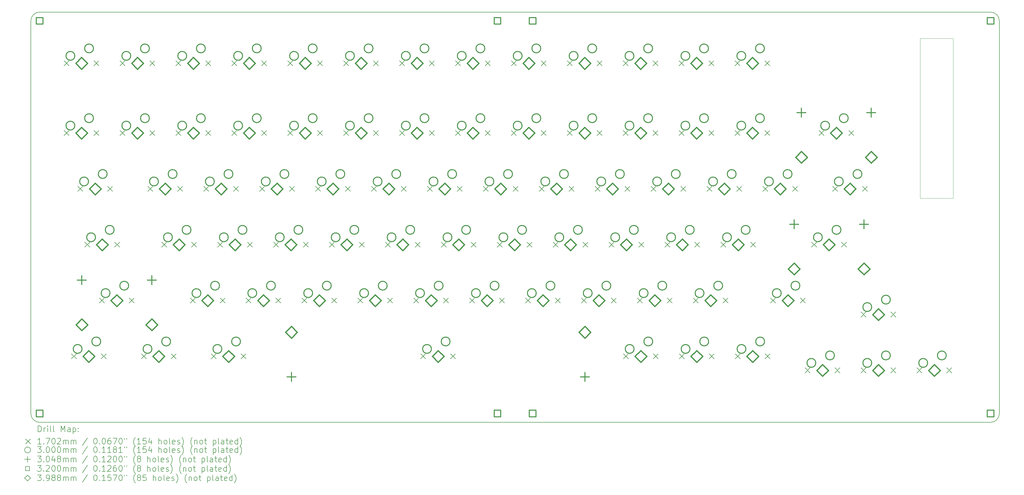
<source format=gbr>
%TF.GenerationSoftware,KiCad,Pcbnew,6.0.11-2627ca5db0~126~ubuntu22.04.1*%
%TF.CreationDate,2023-04-02T11:01:53+08:00*%
%TF.ProjectId,explorekb75,6578706c-6f72-4656-9b62-37352e6b6963,rev?*%
%TF.SameCoordinates,Original*%
%TF.FileFunction,Drillmap*%
%TF.FilePolarity,Positive*%
%FSLAX45Y45*%
G04 Gerber Fmt 4.5, Leading zero omitted, Abs format (unit mm)*
G04 Created by KiCad (PCBNEW 6.0.11-2627ca5db0~126~ubuntu22.04.1) date 2023-04-02 11:01:53*
%MOMM*%
%LPD*%
G01*
G04 APERTURE LIST*
%ADD10C,0.200000*%
%ADD11C,0.100000*%
%ADD12C,0.170180*%
%ADD13C,0.300000*%
%ADD14C,0.304800*%
%ADD15C,0.320000*%
%ADD16C,0.398780*%
G04 APERTURE END LIST*
D10*
X39300000Y-20000000D02*
G75*
G03*
X39600000Y-19700000I0J300000D01*
G01*
X39300000Y-20000000D02*
X6900000Y-20000000D01*
X6600000Y-19700000D02*
G75*
G03*
X6900000Y-20000000I300000J0D01*
G01*
X39600000Y-6300000D02*
G75*
G03*
X39300000Y-6000000I-300000J0D01*
G01*
D11*
X38030000Y-12350000D02*
X36900000Y-12350000D01*
X36900000Y-12350000D02*
X36900000Y-6900000D01*
X36900000Y-6900000D02*
X38030000Y-6900000D01*
X38030000Y-6900000D02*
X38030000Y-12350000D01*
D10*
X39600000Y-6300000D02*
X39600000Y-19700000D01*
X6600000Y-19700000D02*
X6600000Y-6300000D01*
X6900000Y-6000000D02*
X39300000Y-6000000D01*
X6900000Y-6000000D02*
G75*
G03*
X6600000Y-6300000I0J-300000D01*
G01*
D12*
X7735658Y-7662410D02*
X7905838Y-7832590D01*
X7905838Y-7662410D02*
X7735658Y-7832590D01*
X7735658Y-10043660D02*
X7905838Y-10213840D01*
X7905838Y-10043660D02*
X7735658Y-10213840D01*
X7982533Y-17663660D02*
X8152713Y-17833840D01*
X8152713Y-17663660D02*
X7982533Y-17833840D01*
X8201908Y-11948660D02*
X8372088Y-12118840D01*
X8372088Y-11948660D02*
X8201908Y-12118840D01*
X8440034Y-13853660D02*
X8610214Y-14023840D01*
X8610214Y-13853660D02*
X8440034Y-14023840D01*
X8751659Y-7662410D02*
X8921839Y-7832590D01*
X8921839Y-7662410D02*
X8751659Y-7832590D01*
X8751659Y-10043660D02*
X8921839Y-10213840D01*
X8921839Y-10043660D02*
X8751659Y-10213840D01*
X8935034Y-15758660D02*
X9105214Y-15928840D01*
X9105214Y-15758660D02*
X8935034Y-15928840D01*
X8998534Y-17663660D02*
X9168714Y-17833840D01*
X9168714Y-17663660D02*
X8998534Y-17833840D01*
X9217909Y-11948660D02*
X9388089Y-12118840D01*
X9388089Y-11948660D02*
X9217909Y-12118840D01*
X9456034Y-13853660D02*
X9626214Y-14023840D01*
X9626214Y-13853660D02*
X9456034Y-14023840D01*
X9640659Y-7662410D02*
X9810839Y-7832590D01*
X9810839Y-7662410D02*
X9640659Y-7832590D01*
X9640659Y-10043660D02*
X9810839Y-10213840D01*
X9810839Y-10043660D02*
X9640659Y-10213840D01*
X9951034Y-15758660D02*
X10121214Y-15928840D01*
X10121214Y-15758660D02*
X9951034Y-15928840D01*
X10363784Y-17663660D02*
X10533964Y-17833840D01*
X10533964Y-17663660D02*
X10363784Y-17833840D01*
X10583159Y-11948660D02*
X10753339Y-12118840D01*
X10753339Y-11948660D02*
X10583159Y-12118840D01*
X10656659Y-7662410D02*
X10826839Y-7832590D01*
X10826839Y-7662410D02*
X10656659Y-7832590D01*
X10656659Y-10043660D02*
X10826839Y-10213840D01*
X10826839Y-10043660D02*
X10656659Y-10213840D01*
X11059409Y-13853660D02*
X11229588Y-14023840D01*
X11229588Y-13853660D02*
X11059409Y-14023840D01*
X11379783Y-17663660D02*
X11549963Y-17833840D01*
X11549963Y-17663660D02*
X11379783Y-17833840D01*
X11545658Y-7662410D02*
X11715838Y-7832590D01*
X11715838Y-7662410D02*
X11545658Y-7832590D01*
X11545658Y-10043660D02*
X11715838Y-10213840D01*
X11715838Y-10043660D02*
X11545658Y-10213840D01*
X11599158Y-11948660D02*
X11769338Y-12118840D01*
X11769338Y-11948660D02*
X11599158Y-12118840D01*
X12030658Y-15758660D02*
X12200838Y-15928840D01*
X12200838Y-15758660D02*
X12030658Y-15928840D01*
X12075408Y-13853660D02*
X12245588Y-14023840D01*
X12245588Y-13853660D02*
X12075408Y-14023840D01*
X12488158Y-11948660D02*
X12658338Y-12118840D01*
X12658338Y-11948660D02*
X12488158Y-12118840D01*
X12561658Y-7662410D02*
X12731838Y-7832590D01*
X12731838Y-7662410D02*
X12561658Y-7832590D01*
X12561658Y-10043660D02*
X12731838Y-10213840D01*
X12731838Y-10043660D02*
X12561658Y-10213840D01*
X12745033Y-17663660D02*
X12915213Y-17833840D01*
X12915213Y-17663660D02*
X12745033Y-17833840D01*
X12964408Y-13853660D02*
X13134588Y-14023840D01*
X13134588Y-13853660D02*
X12964408Y-14023840D01*
X13046658Y-15758660D02*
X13216838Y-15928840D01*
X13216838Y-15758660D02*
X13046658Y-15928840D01*
X13450658Y-7662410D02*
X13620838Y-7832590D01*
X13620838Y-7662410D02*
X13450658Y-7832590D01*
X13450658Y-10043660D02*
X13620838Y-10213840D01*
X13620838Y-10043660D02*
X13450658Y-10213840D01*
X13504158Y-11948660D02*
X13674338Y-12118840D01*
X13674338Y-11948660D02*
X13504158Y-12118840D01*
X13761033Y-17663660D02*
X13931213Y-17833840D01*
X13931213Y-17663660D02*
X13761033Y-17833840D01*
X13933158Y-15758660D02*
X14103338Y-15928840D01*
X14103338Y-15758660D02*
X13933158Y-15928840D01*
X13980408Y-13853660D02*
X14150588Y-14023840D01*
X14150588Y-13853660D02*
X13980408Y-14023840D01*
X14393158Y-11948660D02*
X14563338Y-12118840D01*
X14563338Y-11948660D02*
X14393158Y-12118840D01*
X14466658Y-7662410D02*
X14636838Y-7832590D01*
X14636838Y-7662410D02*
X14466658Y-7832590D01*
X14466658Y-10043660D02*
X14636838Y-10213840D01*
X14636838Y-10043660D02*
X14466658Y-10213840D01*
X14869408Y-13853660D02*
X15039588Y-14023840D01*
X15039588Y-13853660D02*
X14869408Y-14023840D01*
X14949158Y-15758660D02*
X15119338Y-15928840D01*
X15119338Y-15758660D02*
X14949158Y-15928840D01*
X15355658Y-7662410D02*
X15525838Y-7832590D01*
X15525838Y-7662410D02*
X15355658Y-7832590D01*
X15355658Y-10043660D02*
X15525838Y-10213840D01*
X15525838Y-10043660D02*
X15355658Y-10213840D01*
X15409158Y-11948660D02*
X15579338Y-12118840D01*
X15579338Y-11948660D02*
X15409158Y-12118840D01*
X15838158Y-15758660D02*
X16008338Y-15928840D01*
X16008338Y-15758660D02*
X15838158Y-15928840D01*
X15885408Y-13853660D02*
X16055588Y-14023840D01*
X16055588Y-13853660D02*
X15885408Y-14023840D01*
X16298158Y-11948660D02*
X16468338Y-12118840D01*
X16468338Y-11948660D02*
X16298158Y-12118840D01*
X16371658Y-7662410D02*
X16541838Y-7832590D01*
X16541838Y-7662410D02*
X16371658Y-7832590D01*
X16371658Y-10043660D02*
X16541838Y-10213840D01*
X16541838Y-10043660D02*
X16371658Y-10213840D01*
X16774408Y-13853660D02*
X16944589Y-14023840D01*
X16944589Y-13853660D02*
X16774408Y-14023840D01*
X16854159Y-15758660D02*
X17024339Y-15928840D01*
X17024339Y-15758660D02*
X16854159Y-15928840D01*
X17260659Y-7662410D02*
X17430839Y-7832590D01*
X17430839Y-7662410D02*
X17260659Y-7832590D01*
X17260659Y-10043660D02*
X17430839Y-10213840D01*
X17430839Y-10043660D02*
X17260659Y-10213840D01*
X17314159Y-11948660D02*
X17484339Y-12118840D01*
X17484339Y-11948660D02*
X17314159Y-12118840D01*
X17743159Y-15758660D02*
X17913339Y-15928840D01*
X17913339Y-15758660D02*
X17743159Y-15928840D01*
X17790409Y-13853660D02*
X17960589Y-14023840D01*
X17960589Y-13853660D02*
X17790409Y-14023840D01*
X18203159Y-11948660D02*
X18373339Y-12118840D01*
X18373339Y-11948660D02*
X18203159Y-12118840D01*
X18276659Y-7662410D02*
X18446839Y-7832590D01*
X18446839Y-7662410D02*
X18276659Y-7832590D01*
X18276659Y-10043660D02*
X18446839Y-10213840D01*
X18446839Y-10043660D02*
X18276659Y-10213840D01*
X18679409Y-13853660D02*
X18849589Y-14023840D01*
X18849589Y-13853660D02*
X18679409Y-14023840D01*
X18759159Y-15758660D02*
X18929339Y-15928840D01*
X18929339Y-15758660D02*
X18759159Y-15928840D01*
X19165659Y-7662410D02*
X19335839Y-7832590D01*
X19335839Y-7662410D02*
X19165659Y-7832590D01*
X19165659Y-10043660D02*
X19335839Y-10213840D01*
X19335839Y-10043660D02*
X19165659Y-10213840D01*
X19219159Y-11948660D02*
X19389339Y-12118840D01*
X19389339Y-11948660D02*
X19219159Y-12118840D01*
X19648159Y-15758660D02*
X19818339Y-15928840D01*
X19818339Y-15758660D02*
X19648159Y-15928840D01*
X19695409Y-13853660D02*
X19865589Y-14023840D01*
X19865589Y-13853660D02*
X19695409Y-14023840D01*
X19886284Y-17663660D02*
X20056464Y-17833840D01*
X20056464Y-17663660D02*
X19886284Y-17833840D01*
X20108159Y-11948660D02*
X20278339Y-12118840D01*
X20278339Y-11948660D02*
X20108159Y-12118840D01*
X20181659Y-7662410D02*
X20351839Y-7832590D01*
X20351839Y-7662410D02*
X20181659Y-7832590D01*
X20181659Y-10043660D02*
X20351839Y-10213840D01*
X20351839Y-10043660D02*
X20181659Y-10213840D01*
X20584409Y-13853660D02*
X20754589Y-14023840D01*
X20754589Y-13853660D02*
X20584409Y-14023840D01*
X20664159Y-15758660D02*
X20834339Y-15928840D01*
X20834339Y-15758660D02*
X20664159Y-15928840D01*
X20902284Y-17663660D02*
X21072464Y-17833840D01*
X21072464Y-17663660D02*
X20902284Y-17833840D01*
X21070659Y-7662410D02*
X21240839Y-7832590D01*
X21240839Y-7662410D02*
X21070659Y-7832590D01*
X21070659Y-10043660D02*
X21240839Y-10213840D01*
X21240839Y-10043660D02*
X21070659Y-10213840D01*
X21124159Y-11948660D02*
X21294339Y-12118840D01*
X21294339Y-11948660D02*
X21124159Y-12118840D01*
X21553159Y-15758660D02*
X21723339Y-15928840D01*
X21723339Y-15758660D02*
X21553159Y-15928840D01*
X21600409Y-13853660D02*
X21770589Y-14023840D01*
X21770589Y-13853660D02*
X21600409Y-14023840D01*
X22013159Y-11948660D02*
X22183339Y-12118840D01*
X22183339Y-11948660D02*
X22013159Y-12118840D01*
X22086659Y-7662410D02*
X22256839Y-7832590D01*
X22256839Y-7662410D02*
X22086659Y-7832590D01*
X22086659Y-10043660D02*
X22256839Y-10213840D01*
X22256839Y-10043660D02*
X22086659Y-10213840D01*
X22489408Y-13853660D02*
X22659588Y-14023840D01*
X22659588Y-13853660D02*
X22489408Y-14023840D01*
X22569158Y-15758660D02*
X22739338Y-15928840D01*
X22739338Y-15758660D02*
X22569158Y-15928840D01*
X22975658Y-7662410D02*
X23145838Y-7832590D01*
X23145838Y-7662410D02*
X22975658Y-7832590D01*
X22975658Y-10043660D02*
X23145838Y-10213840D01*
X23145838Y-10043660D02*
X22975658Y-10213840D01*
X23029158Y-11948660D02*
X23199338Y-12118840D01*
X23199338Y-11948660D02*
X23029158Y-12118840D01*
X23458158Y-15758660D02*
X23628338Y-15928840D01*
X23628338Y-15758660D02*
X23458158Y-15928840D01*
X23505408Y-13853660D02*
X23675588Y-14023840D01*
X23675588Y-13853660D02*
X23505408Y-14023840D01*
X23918158Y-11948660D02*
X24088338Y-12118840D01*
X24088338Y-11948660D02*
X23918158Y-12118840D01*
X23991658Y-7662410D02*
X24161838Y-7832590D01*
X24161838Y-7662410D02*
X23991658Y-7832590D01*
X23991658Y-10043660D02*
X24161838Y-10213840D01*
X24161838Y-10043660D02*
X23991658Y-10213840D01*
X24394408Y-13853660D02*
X24564588Y-14023840D01*
X24564588Y-13853660D02*
X24394408Y-14023840D01*
X24474158Y-15758660D02*
X24644338Y-15928840D01*
X24644338Y-15758660D02*
X24474158Y-15928840D01*
X24880658Y-7662410D02*
X25050838Y-7832590D01*
X25050838Y-7662410D02*
X24880658Y-7832590D01*
X24880658Y-10043660D02*
X25050838Y-10213840D01*
X25050838Y-10043660D02*
X24880658Y-10213840D01*
X24934158Y-11948660D02*
X25104338Y-12118840D01*
X25104338Y-11948660D02*
X24934158Y-12118840D01*
X25363158Y-15758660D02*
X25533338Y-15928840D01*
X25533338Y-15758660D02*
X25363158Y-15928840D01*
X25410408Y-13853660D02*
X25580588Y-14023840D01*
X25580588Y-13853660D02*
X25410408Y-14023840D01*
X25823158Y-11948660D02*
X25993338Y-12118840D01*
X25993338Y-11948660D02*
X25823158Y-12118840D01*
X25896658Y-7662410D02*
X26066838Y-7832590D01*
X26066838Y-7662410D02*
X25896658Y-7832590D01*
X25896658Y-10043660D02*
X26066838Y-10213840D01*
X26066838Y-10043660D02*
X25896658Y-10213840D01*
X26299408Y-13853660D02*
X26469588Y-14023840D01*
X26469588Y-13853660D02*
X26299408Y-14023840D01*
X26379158Y-15758660D02*
X26549338Y-15928840D01*
X26549338Y-15758660D02*
X26379158Y-15928840D01*
X26785658Y-7662410D02*
X26955838Y-7832590D01*
X26955838Y-7662410D02*
X26785658Y-7832590D01*
X26785658Y-10043660D02*
X26955838Y-10213840D01*
X26955838Y-10043660D02*
X26785658Y-10213840D01*
X26791908Y-17663660D02*
X26962088Y-17833840D01*
X26962088Y-17663660D02*
X26791908Y-17833840D01*
X26839158Y-11948660D02*
X27009338Y-12118840D01*
X27009338Y-11948660D02*
X26839158Y-12118840D01*
X27268158Y-15758660D02*
X27438338Y-15928840D01*
X27438338Y-15758660D02*
X27268158Y-15928840D01*
X27315408Y-13853660D02*
X27485588Y-14023840D01*
X27485588Y-13853660D02*
X27315408Y-14023840D01*
X27728158Y-11948660D02*
X27898338Y-12118840D01*
X27898338Y-11948660D02*
X27728158Y-12118840D01*
X27801658Y-7662410D02*
X27971838Y-7832590D01*
X27971838Y-7662410D02*
X27801658Y-7832590D01*
X27801658Y-10043660D02*
X27971838Y-10213840D01*
X27971838Y-10043660D02*
X27801658Y-10213840D01*
X27807908Y-17663660D02*
X27978088Y-17833840D01*
X27978088Y-17663660D02*
X27807908Y-17833840D01*
X28204408Y-13853660D02*
X28374588Y-14023840D01*
X28374588Y-13853660D02*
X28204408Y-14023840D01*
X28284158Y-15758660D02*
X28454338Y-15928840D01*
X28454338Y-15758660D02*
X28284158Y-15928840D01*
X28690658Y-7662410D02*
X28860838Y-7832590D01*
X28860838Y-7662410D02*
X28690658Y-7832590D01*
X28690658Y-10043660D02*
X28860838Y-10213840D01*
X28860838Y-10043660D02*
X28690658Y-10213840D01*
X28696908Y-17663660D02*
X28867088Y-17833840D01*
X28867088Y-17663660D02*
X28696908Y-17833840D01*
X28744158Y-11948660D02*
X28914338Y-12118840D01*
X28914338Y-11948660D02*
X28744158Y-12118840D01*
X29173158Y-15758660D02*
X29343338Y-15928840D01*
X29343338Y-15758660D02*
X29173158Y-15928840D01*
X29220408Y-13853660D02*
X29390588Y-14023840D01*
X29390588Y-13853660D02*
X29220408Y-14023840D01*
X29633158Y-11948660D02*
X29803338Y-12118840D01*
X29803338Y-11948660D02*
X29633158Y-12118840D01*
X29706658Y-7662410D02*
X29876838Y-7832590D01*
X29876838Y-7662410D02*
X29706658Y-7832590D01*
X29706658Y-10043660D02*
X29876838Y-10213840D01*
X29876838Y-10043660D02*
X29706658Y-10213840D01*
X29712908Y-17663660D02*
X29883088Y-17833840D01*
X29883088Y-17663660D02*
X29712908Y-17833840D01*
X30109408Y-13853660D02*
X30279588Y-14023840D01*
X30279588Y-13853660D02*
X30109408Y-14023840D01*
X30189158Y-15758660D02*
X30359338Y-15928840D01*
X30359338Y-15758660D02*
X30189158Y-15928840D01*
X30595658Y-7662410D02*
X30765838Y-7832590D01*
X30765838Y-7662410D02*
X30595658Y-7832590D01*
X30595658Y-10043660D02*
X30765838Y-10213840D01*
X30765838Y-10043660D02*
X30595658Y-10213840D01*
X30601908Y-17663660D02*
X30772088Y-17833840D01*
X30772088Y-17663660D02*
X30601908Y-17833840D01*
X30649158Y-11948660D02*
X30819338Y-12118840D01*
X30819338Y-11948660D02*
X30649158Y-12118840D01*
X31125408Y-13853660D02*
X31295588Y-14023840D01*
X31295588Y-13853660D02*
X31125408Y-14023840D01*
X31538158Y-11948660D02*
X31708338Y-12118840D01*
X31708338Y-11948660D02*
X31538158Y-12118840D01*
X31611658Y-7662410D02*
X31781838Y-7832590D01*
X31781838Y-7662410D02*
X31611658Y-7832590D01*
X31611658Y-10043660D02*
X31781838Y-10213840D01*
X31781838Y-10043660D02*
X31611658Y-10213840D01*
X31617908Y-17663660D02*
X31788088Y-17833840D01*
X31788088Y-17663660D02*
X31617908Y-17833840D01*
X31805033Y-15758660D02*
X31975213Y-15928840D01*
X31975213Y-15758660D02*
X31805033Y-15928840D01*
X32554158Y-11948660D02*
X32724338Y-12118840D01*
X32724338Y-11948660D02*
X32554158Y-12118840D01*
X32821033Y-15758660D02*
X32991213Y-15928840D01*
X32991213Y-15758660D02*
X32821033Y-15928840D01*
X32983158Y-18139910D02*
X33153338Y-18310090D01*
X33153338Y-18139910D02*
X32983158Y-18310090D01*
X33205033Y-13853660D02*
X33375213Y-14023840D01*
X33375213Y-13853660D02*
X33205033Y-14023840D01*
X33453158Y-10043660D02*
X33623339Y-10213840D01*
X33623339Y-10043660D02*
X33453158Y-10213840D01*
X33919409Y-11948660D02*
X34089589Y-12118840D01*
X34089589Y-11948660D02*
X33919409Y-12118840D01*
X33999159Y-18139910D02*
X34169339Y-18310090D01*
X34169339Y-18139910D02*
X33999159Y-18310090D01*
X34221034Y-13853660D02*
X34391214Y-14023840D01*
X34391214Y-13853660D02*
X34221034Y-14023840D01*
X34469159Y-10043660D02*
X34639339Y-10213840D01*
X34639339Y-10043660D02*
X34469159Y-10213840D01*
X34888159Y-16234910D02*
X35058339Y-16405090D01*
X35058339Y-16234910D02*
X34888159Y-16405090D01*
X34888159Y-18139910D02*
X35058339Y-18310090D01*
X35058339Y-18139910D02*
X34888159Y-18310090D01*
X34935409Y-11948660D02*
X35105589Y-12118840D01*
X35105589Y-11948660D02*
X34935409Y-12118840D01*
X35904159Y-16234910D02*
X36074339Y-16405090D01*
X36074339Y-16234910D02*
X35904159Y-16405090D01*
X35904159Y-18139910D02*
X36074339Y-18310090D01*
X36074339Y-18139910D02*
X35904159Y-18310090D01*
X36793159Y-18139910D02*
X36963339Y-18310090D01*
X36963339Y-18139910D02*
X36793159Y-18310090D01*
X37809159Y-18139910D02*
X37979339Y-18310090D01*
X37979339Y-18139910D02*
X37809159Y-18310090D01*
D13*
X8097748Y-7493500D02*
G75*
G03*
X8097748Y-7493500I-150000J0D01*
G01*
X8097748Y-9874750D02*
G75*
G03*
X8097748Y-9874750I-150000J0D01*
G01*
X8344623Y-17494750D02*
G75*
G03*
X8344623Y-17494750I-150000J0D01*
G01*
X8563999Y-11779750D02*
G75*
G03*
X8563999Y-11779750I-150000J0D01*
G01*
X8732749Y-7239500D02*
G75*
G03*
X8732749Y-7239500I-150000J0D01*
G01*
X8732749Y-9620750D02*
G75*
G03*
X8732749Y-9620750I-150000J0D01*
G01*
X8802124Y-13684750D02*
G75*
G03*
X8802124Y-13684750I-150000J0D01*
G01*
X8979624Y-17240750D02*
G75*
G03*
X8979624Y-17240750I-150000J0D01*
G01*
X9198999Y-11525750D02*
G75*
G03*
X9198999Y-11525750I-150000J0D01*
G01*
X9297124Y-15589750D02*
G75*
G03*
X9297124Y-15589750I-150000J0D01*
G01*
X9437124Y-13430750D02*
G75*
G03*
X9437124Y-13430750I-150000J0D01*
G01*
X9932124Y-15335750D02*
G75*
G03*
X9932124Y-15335750I-150000J0D01*
G01*
X10002749Y-7493500D02*
G75*
G03*
X10002749Y-7493500I-150000J0D01*
G01*
X10002749Y-9874750D02*
G75*
G03*
X10002749Y-9874750I-150000J0D01*
G01*
X10637749Y-7239500D02*
G75*
G03*
X10637749Y-7239500I-150000J0D01*
G01*
X10637749Y-9620750D02*
G75*
G03*
X10637749Y-9620750I-150000J0D01*
G01*
X10725874Y-17494750D02*
G75*
G03*
X10725874Y-17494750I-150000J0D01*
G01*
X10945249Y-11779750D02*
G75*
G03*
X10945249Y-11779750I-150000J0D01*
G01*
X11360873Y-17240750D02*
G75*
G03*
X11360873Y-17240750I-150000J0D01*
G01*
X11421498Y-13684750D02*
G75*
G03*
X11421498Y-13684750I-150000J0D01*
G01*
X11580248Y-11525750D02*
G75*
G03*
X11580248Y-11525750I-150000J0D01*
G01*
X11907748Y-7493500D02*
G75*
G03*
X11907748Y-7493500I-150000J0D01*
G01*
X11907748Y-9874750D02*
G75*
G03*
X11907748Y-9874750I-150000J0D01*
G01*
X12056498Y-13430750D02*
G75*
G03*
X12056498Y-13430750I-150000J0D01*
G01*
X12392748Y-15589750D02*
G75*
G03*
X12392748Y-15589750I-150000J0D01*
G01*
X12542748Y-7239500D02*
G75*
G03*
X12542748Y-7239500I-150000J0D01*
G01*
X12542748Y-9620750D02*
G75*
G03*
X12542748Y-9620750I-150000J0D01*
G01*
X12850248Y-11779750D02*
G75*
G03*
X12850248Y-11779750I-150000J0D01*
G01*
X13027748Y-15335750D02*
G75*
G03*
X13027748Y-15335750I-150000J0D01*
G01*
X13107123Y-17494750D02*
G75*
G03*
X13107123Y-17494750I-150000J0D01*
G01*
X13326498Y-13684750D02*
G75*
G03*
X13326498Y-13684750I-150000J0D01*
G01*
X13485248Y-11525750D02*
G75*
G03*
X13485248Y-11525750I-150000J0D01*
G01*
X13742123Y-17240750D02*
G75*
G03*
X13742123Y-17240750I-150000J0D01*
G01*
X13812748Y-7493500D02*
G75*
G03*
X13812748Y-7493500I-150000J0D01*
G01*
X13812748Y-9874750D02*
G75*
G03*
X13812748Y-9874750I-150000J0D01*
G01*
X13961498Y-13430750D02*
G75*
G03*
X13961498Y-13430750I-150000J0D01*
G01*
X14295248Y-15589750D02*
G75*
G03*
X14295248Y-15589750I-150000J0D01*
G01*
X14447748Y-7239500D02*
G75*
G03*
X14447748Y-7239500I-150000J0D01*
G01*
X14447748Y-9620750D02*
G75*
G03*
X14447748Y-9620750I-150000J0D01*
G01*
X14755248Y-11779750D02*
G75*
G03*
X14755248Y-11779750I-150000J0D01*
G01*
X14930248Y-15335750D02*
G75*
G03*
X14930248Y-15335750I-150000J0D01*
G01*
X15231498Y-13684750D02*
G75*
G03*
X15231498Y-13684750I-150000J0D01*
G01*
X15390248Y-11525750D02*
G75*
G03*
X15390248Y-11525750I-150000J0D01*
G01*
X15717748Y-7493500D02*
G75*
G03*
X15717748Y-7493500I-150000J0D01*
G01*
X15717748Y-9874750D02*
G75*
G03*
X15717748Y-9874750I-150000J0D01*
G01*
X15866498Y-13430750D02*
G75*
G03*
X15866498Y-13430750I-150000J0D01*
G01*
X16200248Y-15589750D02*
G75*
G03*
X16200248Y-15589750I-150000J0D01*
G01*
X16352748Y-7239500D02*
G75*
G03*
X16352748Y-7239500I-150000J0D01*
G01*
X16352748Y-9620750D02*
G75*
G03*
X16352748Y-9620750I-150000J0D01*
G01*
X16660248Y-11779750D02*
G75*
G03*
X16660248Y-11779750I-150000J0D01*
G01*
X16835249Y-15335750D02*
G75*
G03*
X16835249Y-15335750I-150000J0D01*
G01*
X17136499Y-13684750D02*
G75*
G03*
X17136499Y-13684750I-150000J0D01*
G01*
X17295249Y-11525750D02*
G75*
G03*
X17295249Y-11525750I-150000J0D01*
G01*
X17622749Y-7493500D02*
G75*
G03*
X17622749Y-7493500I-150000J0D01*
G01*
X17622749Y-9874750D02*
G75*
G03*
X17622749Y-9874750I-150000J0D01*
G01*
X17771499Y-13430750D02*
G75*
G03*
X17771499Y-13430750I-150000J0D01*
G01*
X18105249Y-15589750D02*
G75*
G03*
X18105249Y-15589750I-150000J0D01*
G01*
X18257749Y-7239500D02*
G75*
G03*
X18257749Y-7239500I-150000J0D01*
G01*
X18257749Y-9620750D02*
G75*
G03*
X18257749Y-9620750I-150000J0D01*
G01*
X18565249Y-11779750D02*
G75*
G03*
X18565249Y-11779750I-150000J0D01*
G01*
X18740249Y-15335750D02*
G75*
G03*
X18740249Y-15335750I-150000J0D01*
G01*
X19041499Y-13684750D02*
G75*
G03*
X19041499Y-13684750I-150000J0D01*
G01*
X19200249Y-11525750D02*
G75*
G03*
X19200249Y-11525750I-150000J0D01*
G01*
X19527749Y-7493500D02*
G75*
G03*
X19527749Y-7493500I-150000J0D01*
G01*
X19527749Y-9874750D02*
G75*
G03*
X19527749Y-9874750I-150000J0D01*
G01*
X19676499Y-13430750D02*
G75*
G03*
X19676499Y-13430750I-150000J0D01*
G01*
X20010249Y-15589750D02*
G75*
G03*
X20010249Y-15589750I-150000J0D01*
G01*
X20162749Y-7239500D02*
G75*
G03*
X20162749Y-7239500I-150000J0D01*
G01*
X20162749Y-9620750D02*
G75*
G03*
X20162749Y-9620750I-150000J0D01*
G01*
X20248374Y-17494750D02*
G75*
G03*
X20248374Y-17494750I-150000J0D01*
G01*
X20470249Y-11779750D02*
G75*
G03*
X20470249Y-11779750I-150000J0D01*
G01*
X20645249Y-15335750D02*
G75*
G03*
X20645249Y-15335750I-150000J0D01*
G01*
X20883374Y-17240750D02*
G75*
G03*
X20883374Y-17240750I-150000J0D01*
G01*
X20946499Y-13684750D02*
G75*
G03*
X20946499Y-13684750I-150000J0D01*
G01*
X21105249Y-11525750D02*
G75*
G03*
X21105249Y-11525750I-150000J0D01*
G01*
X21432749Y-7493500D02*
G75*
G03*
X21432749Y-7493500I-150000J0D01*
G01*
X21432749Y-9874750D02*
G75*
G03*
X21432749Y-9874750I-150000J0D01*
G01*
X21581499Y-13430750D02*
G75*
G03*
X21581499Y-13430750I-150000J0D01*
G01*
X21915249Y-15589750D02*
G75*
G03*
X21915249Y-15589750I-150000J0D01*
G01*
X22067749Y-7239500D02*
G75*
G03*
X22067749Y-7239500I-150000J0D01*
G01*
X22067749Y-9620750D02*
G75*
G03*
X22067749Y-9620750I-150000J0D01*
G01*
X22375248Y-11779750D02*
G75*
G03*
X22375248Y-11779750I-150000J0D01*
G01*
X22550248Y-15335750D02*
G75*
G03*
X22550248Y-15335750I-150000J0D01*
G01*
X22851498Y-13684750D02*
G75*
G03*
X22851498Y-13684750I-150000J0D01*
G01*
X23010248Y-11525750D02*
G75*
G03*
X23010248Y-11525750I-150000J0D01*
G01*
X23337748Y-7493500D02*
G75*
G03*
X23337748Y-7493500I-150000J0D01*
G01*
X23337748Y-9874750D02*
G75*
G03*
X23337748Y-9874750I-150000J0D01*
G01*
X23486498Y-13430750D02*
G75*
G03*
X23486498Y-13430750I-150000J0D01*
G01*
X23820248Y-15589750D02*
G75*
G03*
X23820248Y-15589750I-150000J0D01*
G01*
X23972748Y-7239500D02*
G75*
G03*
X23972748Y-7239500I-150000J0D01*
G01*
X23972748Y-9620750D02*
G75*
G03*
X23972748Y-9620750I-150000J0D01*
G01*
X24280248Y-11779750D02*
G75*
G03*
X24280248Y-11779750I-150000J0D01*
G01*
X24455248Y-15335750D02*
G75*
G03*
X24455248Y-15335750I-150000J0D01*
G01*
X24756498Y-13684750D02*
G75*
G03*
X24756498Y-13684750I-150000J0D01*
G01*
X24915248Y-11525750D02*
G75*
G03*
X24915248Y-11525750I-150000J0D01*
G01*
X25242748Y-7493500D02*
G75*
G03*
X25242748Y-7493500I-150000J0D01*
G01*
X25242748Y-9874750D02*
G75*
G03*
X25242748Y-9874750I-150000J0D01*
G01*
X25391498Y-13430750D02*
G75*
G03*
X25391498Y-13430750I-150000J0D01*
G01*
X25725248Y-15589750D02*
G75*
G03*
X25725248Y-15589750I-150000J0D01*
G01*
X25877748Y-7239500D02*
G75*
G03*
X25877748Y-7239500I-150000J0D01*
G01*
X25877748Y-9620750D02*
G75*
G03*
X25877748Y-9620750I-150000J0D01*
G01*
X26185248Y-11779750D02*
G75*
G03*
X26185248Y-11779750I-150000J0D01*
G01*
X26360248Y-15335750D02*
G75*
G03*
X26360248Y-15335750I-150000J0D01*
G01*
X26661498Y-13684750D02*
G75*
G03*
X26661498Y-13684750I-150000J0D01*
G01*
X26820248Y-11525750D02*
G75*
G03*
X26820248Y-11525750I-150000J0D01*
G01*
X27147748Y-7493500D02*
G75*
G03*
X27147748Y-7493500I-150000J0D01*
G01*
X27147748Y-9874750D02*
G75*
G03*
X27147748Y-9874750I-150000J0D01*
G01*
X27153998Y-17494750D02*
G75*
G03*
X27153998Y-17494750I-150000J0D01*
G01*
X27296498Y-13430750D02*
G75*
G03*
X27296498Y-13430750I-150000J0D01*
G01*
X27630248Y-15589750D02*
G75*
G03*
X27630248Y-15589750I-150000J0D01*
G01*
X27782748Y-7239500D02*
G75*
G03*
X27782748Y-7239500I-150000J0D01*
G01*
X27782748Y-9620750D02*
G75*
G03*
X27782748Y-9620750I-150000J0D01*
G01*
X27788998Y-17240750D02*
G75*
G03*
X27788998Y-17240750I-150000J0D01*
G01*
X28090248Y-11779750D02*
G75*
G03*
X28090248Y-11779750I-150000J0D01*
G01*
X28265248Y-15335750D02*
G75*
G03*
X28265248Y-15335750I-150000J0D01*
G01*
X28566498Y-13684750D02*
G75*
G03*
X28566498Y-13684750I-150000J0D01*
G01*
X28725248Y-11525750D02*
G75*
G03*
X28725248Y-11525750I-150000J0D01*
G01*
X29052748Y-7493500D02*
G75*
G03*
X29052748Y-7493500I-150000J0D01*
G01*
X29052748Y-9874750D02*
G75*
G03*
X29052748Y-9874750I-150000J0D01*
G01*
X29058998Y-17494750D02*
G75*
G03*
X29058998Y-17494750I-150000J0D01*
G01*
X29201498Y-13430750D02*
G75*
G03*
X29201498Y-13430750I-150000J0D01*
G01*
X29535248Y-15589750D02*
G75*
G03*
X29535248Y-15589750I-150000J0D01*
G01*
X29687748Y-7239500D02*
G75*
G03*
X29687748Y-7239500I-150000J0D01*
G01*
X29687748Y-9620750D02*
G75*
G03*
X29687748Y-9620750I-150000J0D01*
G01*
X29693998Y-17240750D02*
G75*
G03*
X29693998Y-17240750I-150000J0D01*
G01*
X29995248Y-11779750D02*
G75*
G03*
X29995248Y-11779750I-150000J0D01*
G01*
X30170248Y-15335750D02*
G75*
G03*
X30170248Y-15335750I-150000J0D01*
G01*
X30471498Y-13684750D02*
G75*
G03*
X30471498Y-13684750I-150000J0D01*
G01*
X30630248Y-11525750D02*
G75*
G03*
X30630248Y-11525750I-150000J0D01*
G01*
X30957748Y-7493500D02*
G75*
G03*
X30957748Y-7493500I-150000J0D01*
G01*
X30957748Y-9874750D02*
G75*
G03*
X30957748Y-9874750I-150000J0D01*
G01*
X30963998Y-17494750D02*
G75*
G03*
X30963998Y-17494750I-150000J0D01*
G01*
X31106498Y-13430750D02*
G75*
G03*
X31106498Y-13430750I-150000J0D01*
G01*
X31592748Y-7239500D02*
G75*
G03*
X31592748Y-7239500I-150000J0D01*
G01*
X31592748Y-9620750D02*
G75*
G03*
X31592748Y-9620750I-150000J0D01*
G01*
X31598998Y-17240750D02*
G75*
G03*
X31598998Y-17240750I-150000J0D01*
G01*
X31900248Y-11779750D02*
G75*
G03*
X31900248Y-11779750I-150000J0D01*
G01*
X32167123Y-15589750D02*
G75*
G03*
X32167123Y-15589750I-150000J0D01*
G01*
X32535248Y-11525750D02*
G75*
G03*
X32535248Y-11525750I-150000J0D01*
G01*
X32802123Y-15335750D02*
G75*
G03*
X32802123Y-15335750I-150000J0D01*
G01*
X33345248Y-17971000D02*
G75*
G03*
X33345248Y-17971000I-150000J0D01*
G01*
X33567124Y-13684750D02*
G75*
G03*
X33567124Y-13684750I-150000J0D01*
G01*
X33815249Y-9874750D02*
G75*
G03*
X33815249Y-9874750I-150000J0D01*
G01*
X33980249Y-17717000D02*
G75*
G03*
X33980249Y-17717000I-150000J0D01*
G01*
X34202124Y-13430750D02*
G75*
G03*
X34202124Y-13430750I-150000J0D01*
G01*
X34281499Y-11779750D02*
G75*
G03*
X34281499Y-11779750I-150000J0D01*
G01*
X34450249Y-9620750D02*
G75*
G03*
X34450249Y-9620750I-150000J0D01*
G01*
X34916499Y-11525750D02*
G75*
G03*
X34916499Y-11525750I-150000J0D01*
G01*
X35250249Y-16066000D02*
G75*
G03*
X35250249Y-16066000I-150000J0D01*
G01*
X35250249Y-17971000D02*
G75*
G03*
X35250249Y-17971000I-150000J0D01*
G01*
X35885249Y-15812000D02*
G75*
G03*
X35885249Y-15812000I-150000J0D01*
G01*
X35885249Y-17717000D02*
G75*
G03*
X35885249Y-17717000I-150000J0D01*
G01*
X37155249Y-17971000D02*
G75*
G03*
X37155249Y-17971000I-150000J0D01*
G01*
X37790249Y-17717000D02*
G75*
G03*
X37790249Y-17717000I-150000J0D01*
G01*
D14*
X8338123Y-14992850D02*
X8338123Y-15297650D01*
X8185723Y-15145250D02*
X8490524Y-15145250D01*
X10718124Y-14992850D02*
X10718124Y-15297650D01*
X10565724Y-15145250D02*
X10870524Y-15145250D01*
X15478748Y-18293600D02*
X15478748Y-18598400D01*
X15326348Y-18446000D02*
X15631148Y-18446000D01*
X25478748Y-18293600D02*
X25478748Y-18598400D01*
X25326348Y-18446000D02*
X25631148Y-18446000D01*
X32608123Y-13087850D02*
X32608123Y-13392650D01*
X32455723Y-13240250D02*
X32760523Y-13240250D01*
X32856248Y-9277850D02*
X32856248Y-9582650D01*
X32703848Y-9430250D02*
X33008648Y-9430250D01*
X34988124Y-13087850D02*
X34988124Y-13392650D01*
X34835724Y-13240250D02*
X35140524Y-13240250D01*
X35236249Y-9277850D02*
X35236249Y-9582650D01*
X35083849Y-9430250D02*
X35388649Y-9430250D01*
D15*
X7013138Y-6413138D02*
X7013138Y-6186862D01*
X6786862Y-6186862D01*
X6786862Y-6413138D01*
X7013138Y-6413138D01*
X7013138Y-19813138D02*
X7013138Y-19586862D01*
X6786862Y-19586862D01*
X6786862Y-19813138D01*
X7013138Y-19813138D01*
X22613138Y-19813138D02*
X22613138Y-19586862D01*
X22386862Y-19586862D01*
X22386862Y-19813138D01*
X22613138Y-19813138D01*
X22613138Y-6413138D02*
X22613138Y-6186862D01*
X22386862Y-6186862D01*
X22386862Y-6413138D01*
X22613138Y-6413138D01*
X23813138Y-19813138D02*
X23813138Y-19586862D01*
X23586862Y-19586862D01*
X23586862Y-19813138D01*
X23813138Y-19813138D01*
X23813138Y-6413138D02*
X23813138Y-6186862D01*
X23586862Y-6186862D01*
X23586862Y-6413138D01*
X23813138Y-6413138D01*
X39413138Y-6413138D02*
X39413138Y-6186862D01*
X39186862Y-6186862D01*
X39186862Y-6413138D01*
X39413138Y-6413138D01*
X39413138Y-19813138D02*
X39413138Y-19586862D01*
X39186862Y-19586862D01*
X39186862Y-19813138D01*
X39413138Y-19813138D01*
D16*
X8328748Y-7946890D02*
X8528139Y-7747500D01*
X8328748Y-7548110D01*
X8129358Y-7747500D01*
X8328748Y-7946890D01*
X8328748Y-10328140D02*
X8528139Y-10128750D01*
X8328748Y-9929360D01*
X8129358Y-10128750D01*
X8328748Y-10328140D01*
X8338123Y-16868640D02*
X8537514Y-16669250D01*
X8338123Y-16469860D01*
X8138733Y-16669250D01*
X8338123Y-16868640D01*
X8575624Y-17948140D02*
X8775014Y-17748750D01*
X8575624Y-17549360D01*
X8376233Y-17748750D01*
X8575624Y-17948140D01*
X8794999Y-12233140D02*
X8994389Y-12033750D01*
X8794999Y-11834360D01*
X8595609Y-12033750D01*
X8794999Y-12233140D01*
X9033124Y-14138140D02*
X9232514Y-13938750D01*
X9033124Y-13739360D01*
X8833734Y-13938750D01*
X9033124Y-14138140D01*
X9528124Y-16043140D02*
X9727514Y-15843750D01*
X9528124Y-15644360D01*
X9328734Y-15843750D01*
X9528124Y-16043140D01*
X10233749Y-7946890D02*
X10433139Y-7747500D01*
X10233749Y-7548110D01*
X10034359Y-7747500D01*
X10233749Y-7946890D01*
X10233749Y-10328140D02*
X10433139Y-10128750D01*
X10233749Y-9929360D01*
X10034359Y-10128750D01*
X10233749Y-10328140D01*
X10718124Y-16868640D02*
X10917514Y-16669250D01*
X10718124Y-16469860D01*
X10518734Y-16669250D01*
X10718124Y-16868640D01*
X10956874Y-17948140D02*
X11156264Y-17748750D01*
X10956874Y-17549360D01*
X10757484Y-17748750D01*
X10956874Y-17948140D01*
X11176249Y-12233140D02*
X11375638Y-12033750D01*
X11176249Y-11834360D01*
X10976859Y-12033750D01*
X11176249Y-12233140D01*
X11652498Y-14138140D02*
X11851888Y-13938750D01*
X11652498Y-13739360D01*
X11453108Y-13938750D01*
X11652498Y-14138140D01*
X12138748Y-7946890D02*
X12338138Y-7747500D01*
X12138748Y-7548110D01*
X11939358Y-7747500D01*
X12138748Y-7946890D01*
X12138748Y-10328140D02*
X12338138Y-10128750D01*
X12138748Y-9929360D01*
X11939358Y-10128750D01*
X12138748Y-10328140D01*
X12623748Y-16043140D02*
X12823138Y-15843750D01*
X12623748Y-15644360D01*
X12424358Y-15843750D01*
X12623748Y-16043140D01*
X13081248Y-12233140D02*
X13280638Y-12033750D01*
X13081248Y-11834360D01*
X12881858Y-12033750D01*
X13081248Y-12233140D01*
X13338123Y-17948140D02*
X13537513Y-17748750D01*
X13338123Y-17549360D01*
X13138733Y-17748750D01*
X13338123Y-17948140D01*
X13557498Y-14138140D02*
X13756888Y-13938750D01*
X13557498Y-13739360D01*
X13358108Y-13938750D01*
X13557498Y-14138140D01*
X14043748Y-7946890D02*
X14243138Y-7747500D01*
X14043748Y-7548110D01*
X13844358Y-7747500D01*
X14043748Y-7946890D01*
X14043748Y-10328140D02*
X14243138Y-10128750D01*
X14043748Y-9929360D01*
X13844358Y-10128750D01*
X14043748Y-10328140D01*
X14526248Y-16043140D02*
X14725638Y-15843750D01*
X14526248Y-15644360D01*
X14326858Y-15843750D01*
X14526248Y-16043140D01*
X14986248Y-12233140D02*
X15185638Y-12033750D01*
X14986248Y-11834360D01*
X14786858Y-12033750D01*
X14986248Y-12233140D01*
X15462498Y-14138140D02*
X15661888Y-13938750D01*
X15462498Y-13739360D01*
X15263108Y-13938750D01*
X15462498Y-14138140D01*
X15478748Y-17124390D02*
X15678138Y-16925000D01*
X15478748Y-16725610D01*
X15279358Y-16925000D01*
X15478748Y-17124390D01*
X15948748Y-7946890D02*
X16148138Y-7747500D01*
X15948748Y-7548110D01*
X15749358Y-7747500D01*
X15948748Y-7946890D01*
X15948748Y-10328140D02*
X16148138Y-10128750D01*
X15948748Y-9929360D01*
X15749358Y-10128750D01*
X15948748Y-10328140D01*
X16431248Y-16043140D02*
X16630638Y-15843750D01*
X16431248Y-15644360D01*
X16231858Y-15843750D01*
X16431248Y-16043140D01*
X16891249Y-12233140D02*
X17090639Y-12033750D01*
X16891249Y-11834360D01*
X16691858Y-12033750D01*
X16891249Y-12233140D01*
X17367499Y-14138140D02*
X17566889Y-13938750D01*
X17367499Y-13739360D01*
X17168109Y-13938750D01*
X17367499Y-14138140D01*
X17853749Y-7946890D02*
X18053139Y-7747500D01*
X17853749Y-7548110D01*
X17654359Y-7747500D01*
X17853749Y-7946890D01*
X17853749Y-10328140D02*
X18053139Y-10128750D01*
X17853749Y-9929360D01*
X17654359Y-10128750D01*
X17853749Y-10328140D01*
X18336249Y-16043140D02*
X18535639Y-15843750D01*
X18336249Y-15644360D01*
X18136859Y-15843750D01*
X18336249Y-16043140D01*
X18796249Y-12233140D02*
X18995639Y-12033750D01*
X18796249Y-11834360D01*
X18596859Y-12033750D01*
X18796249Y-12233140D01*
X19272499Y-14138140D02*
X19471889Y-13938750D01*
X19272499Y-13739360D01*
X19073109Y-13938750D01*
X19272499Y-14138140D01*
X19758749Y-7946890D02*
X19958139Y-7747500D01*
X19758749Y-7548110D01*
X19559359Y-7747500D01*
X19758749Y-7946890D01*
X19758749Y-10328140D02*
X19958139Y-10128750D01*
X19758749Y-9929360D01*
X19559359Y-10128750D01*
X19758749Y-10328140D01*
X20241249Y-16043140D02*
X20440639Y-15843750D01*
X20241249Y-15644360D01*
X20041859Y-15843750D01*
X20241249Y-16043140D01*
X20479374Y-17948140D02*
X20678764Y-17748750D01*
X20479374Y-17549360D01*
X20279984Y-17748750D01*
X20479374Y-17948140D01*
X20701249Y-12233140D02*
X20900639Y-12033750D01*
X20701249Y-11834360D01*
X20501859Y-12033750D01*
X20701249Y-12233140D01*
X21177499Y-14138140D02*
X21376889Y-13938750D01*
X21177499Y-13739360D01*
X20978109Y-13938750D01*
X21177499Y-14138140D01*
X21663749Y-7946890D02*
X21863139Y-7747500D01*
X21663749Y-7548110D01*
X21464359Y-7747500D01*
X21663749Y-7946890D01*
X21663749Y-10328140D02*
X21863139Y-10128750D01*
X21663749Y-9929360D01*
X21464359Y-10128750D01*
X21663749Y-10328140D01*
X22146249Y-16043140D02*
X22345639Y-15843750D01*
X22146249Y-15644360D01*
X21946859Y-15843750D01*
X22146249Y-16043140D01*
X22606248Y-12233140D02*
X22805638Y-12033750D01*
X22606248Y-11834360D01*
X22406858Y-12033750D01*
X22606248Y-12233140D01*
X23082498Y-14138140D02*
X23281888Y-13938750D01*
X23082498Y-13739360D01*
X22883108Y-13938750D01*
X23082498Y-14138140D01*
X23568748Y-7946890D02*
X23768138Y-7747500D01*
X23568748Y-7548110D01*
X23369358Y-7747500D01*
X23568748Y-7946890D01*
X23568748Y-10328140D02*
X23768138Y-10128750D01*
X23568748Y-9929360D01*
X23369358Y-10128750D01*
X23568748Y-10328140D01*
X24051248Y-16043140D02*
X24250638Y-15843750D01*
X24051248Y-15644360D01*
X23851858Y-15843750D01*
X24051248Y-16043140D01*
X24511248Y-12233140D02*
X24710638Y-12033750D01*
X24511248Y-11834360D01*
X24311858Y-12033750D01*
X24511248Y-12233140D01*
X24987498Y-14138140D02*
X25186888Y-13938750D01*
X24987498Y-13739360D01*
X24788108Y-13938750D01*
X24987498Y-14138140D01*
X25473748Y-7946890D02*
X25673138Y-7747500D01*
X25473748Y-7548110D01*
X25274358Y-7747500D01*
X25473748Y-7946890D01*
X25473748Y-10328140D02*
X25673138Y-10128750D01*
X25473748Y-9929360D01*
X25274358Y-10128750D01*
X25473748Y-10328140D01*
X25478748Y-17124390D02*
X25678138Y-16925000D01*
X25478748Y-16725610D01*
X25279358Y-16925000D01*
X25478748Y-17124390D01*
X25956248Y-16043140D02*
X26155638Y-15843750D01*
X25956248Y-15644360D01*
X25756858Y-15843750D01*
X25956248Y-16043140D01*
X26416248Y-12233140D02*
X26615638Y-12033750D01*
X26416248Y-11834360D01*
X26216858Y-12033750D01*
X26416248Y-12233140D01*
X26892498Y-14138140D02*
X27091888Y-13938750D01*
X26892498Y-13739360D01*
X26693108Y-13938750D01*
X26892498Y-14138140D01*
X27378748Y-7946890D02*
X27578138Y-7747500D01*
X27378748Y-7548110D01*
X27179358Y-7747500D01*
X27378748Y-7946890D01*
X27378748Y-10328140D02*
X27578138Y-10128750D01*
X27378748Y-9929360D01*
X27179358Y-10128750D01*
X27378748Y-10328140D01*
X27384998Y-17948140D02*
X27584388Y-17748750D01*
X27384998Y-17549360D01*
X27185608Y-17748750D01*
X27384998Y-17948140D01*
X27861248Y-16043140D02*
X28060638Y-15843750D01*
X27861248Y-15644360D01*
X27661858Y-15843750D01*
X27861248Y-16043140D01*
X28321248Y-12233140D02*
X28520638Y-12033750D01*
X28321248Y-11834360D01*
X28121858Y-12033750D01*
X28321248Y-12233140D01*
X28797498Y-14138140D02*
X28996888Y-13938750D01*
X28797498Y-13739360D01*
X28598108Y-13938750D01*
X28797498Y-14138140D01*
X29283748Y-7946890D02*
X29483138Y-7747500D01*
X29283748Y-7548110D01*
X29084358Y-7747500D01*
X29283748Y-7946890D01*
X29283748Y-10328140D02*
X29483138Y-10128750D01*
X29283748Y-9929360D01*
X29084358Y-10128750D01*
X29283748Y-10328140D01*
X29289998Y-17948140D02*
X29489388Y-17748750D01*
X29289998Y-17549360D01*
X29090608Y-17748750D01*
X29289998Y-17948140D01*
X29766248Y-16043140D02*
X29965638Y-15843750D01*
X29766248Y-15644360D01*
X29566858Y-15843750D01*
X29766248Y-16043140D01*
X30226248Y-12233140D02*
X30425638Y-12033750D01*
X30226248Y-11834360D01*
X30026858Y-12033750D01*
X30226248Y-12233140D01*
X30702498Y-14138140D02*
X30901888Y-13938750D01*
X30702498Y-13739360D01*
X30503108Y-13938750D01*
X30702498Y-14138140D01*
X31188748Y-7946890D02*
X31388138Y-7747500D01*
X31188748Y-7548110D01*
X30989358Y-7747500D01*
X31188748Y-7946890D01*
X31188748Y-10328140D02*
X31388138Y-10128750D01*
X31188748Y-9929360D01*
X30989358Y-10128750D01*
X31188748Y-10328140D01*
X31194998Y-17948140D02*
X31394388Y-17748750D01*
X31194998Y-17549360D01*
X30995608Y-17748750D01*
X31194998Y-17948140D01*
X32131248Y-12233140D02*
X32330638Y-12033750D01*
X32131248Y-11834360D01*
X31931858Y-12033750D01*
X32131248Y-12233140D01*
X32398123Y-16043140D02*
X32597513Y-15843750D01*
X32398123Y-15644360D01*
X32198733Y-15843750D01*
X32398123Y-16043140D01*
X32608123Y-14963640D02*
X32807513Y-14764250D01*
X32608123Y-14564860D01*
X32408733Y-14764250D01*
X32608123Y-14963640D01*
X32856248Y-11153640D02*
X33055638Y-10954250D01*
X32856248Y-10754860D01*
X32656858Y-10954250D01*
X32856248Y-11153640D01*
X33576249Y-18424390D02*
X33775639Y-18225000D01*
X33576249Y-18025610D01*
X33376858Y-18225000D01*
X33576249Y-18424390D01*
X33798124Y-14138140D02*
X33997514Y-13938750D01*
X33798124Y-13739360D01*
X33598734Y-13938750D01*
X33798124Y-14138140D01*
X34046249Y-10328140D02*
X34245639Y-10128750D01*
X34046249Y-9929360D01*
X33846859Y-10128750D01*
X34046249Y-10328140D01*
X34512499Y-12233140D02*
X34711889Y-12033750D01*
X34512499Y-11834360D01*
X34313109Y-12033750D01*
X34512499Y-12233140D01*
X34988124Y-14963640D02*
X35187514Y-14764250D01*
X34988124Y-14564860D01*
X34788734Y-14764250D01*
X34988124Y-14963640D01*
X35236249Y-11153640D02*
X35435639Y-10954250D01*
X35236249Y-10754860D01*
X35036859Y-10954250D01*
X35236249Y-11153640D01*
X35481249Y-16519390D02*
X35680639Y-16320000D01*
X35481249Y-16120610D01*
X35281859Y-16320000D01*
X35481249Y-16519390D01*
X35481249Y-18424390D02*
X35680639Y-18225000D01*
X35481249Y-18025610D01*
X35281859Y-18225000D01*
X35481249Y-18424390D01*
X37386249Y-18424390D02*
X37585639Y-18225000D01*
X37386249Y-18025610D01*
X37186859Y-18225000D01*
X37386249Y-18424390D01*
D10*
X6847619Y-20320476D02*
X6847619Y-20120476D01*
X6895238Y-20120476D01*
X6923809Y-20130000D01*
X6942857Y-20149048D01*
X6952381Y-20168095D01*
X6961905Y-20206190D01*
X6961905Y-20234762D01*
X6952381Y-20272857D01*
X6942857Y-20291905D01*
X6923809Y-20310952D01*
X6895238Y-20320476D01*
X6847619Y-20320476D01*
X7047619Y-20320476D02*
X7047619Y-20187143D01*
X7047619Y-20225238D02*
X7057143Y-20206190D01*
X7066667Y-20196667D01*
X7085714Y-20187143D01*
X7104762Y-20187143D01*
X7171428Y-20320476D02*
X7171428Y-20187143D01*
X7171428Y-20120476D02*
X7161905Y-20130000D01*
X7171428Y-20139524D01*
X7180952Y-20130000D01*
X7171428Y-20120476D01*
X7171428Y-20139524D01*
X7295238Y-20320476D02*
X7276190Y-20310952D01*
X7266667Y-20291905D01*
X7266667Y-20120476D01*
X7400000Y-20320476D02*
X7380952Y-20310952D01*
X7371428Y-20291905D01*
X7371428Y-20120476D01*
X7628571Y-20320476D02*
X7628571Y-20120476D01*
X7695238Y-20263333D01*
X7761905Y-20120476D01*
X7761905Y-20320476D01*
X7942857Y-20320476D02*
X7942857Y-20215714D01*
X7933333Y-20196667D01*
X7914286Y-20187143D01*
X7876190Y-20187143D01*
X7857143Y-20196667D01*
X7942857Y-20310952D02*
X7923809Y-20320476D01*
X7876190Y-20320476D01*
X7857143Y-20310952D01*
X7847619Y-20291905D01*
X7847619Y-20272857D01*
X7857143Y-20253810D01*
X7876190Y-20244286D01*
X7923809Y-20244286D01*
X7942857Y-20234762D01*
X8038095Y-20187143D02*
X8038095Y-20387143D01*
X8038095Y-20196667D02*
X8057143Y-20187143D01*
X8095238Y-20187143D01*
X8114286Y-20196667D01*
X8123809Y-20206190D01*
X8133333Y-20225238D01*
X8133333Y-20282381D01*
X8123809Y-20301429D01*
X8114286Y-20310952D01*
X8095238Y-20320476D01*
X8057143Y-20320476D01*
X8038095Y-20310952D01*
X8219048Y-20301429D02*
X8228571Y-20310952D01*
X8219048Y-20320476D01*
X8209524Y-20310952D01*
X8219048Y-20301429D01*
X8219048Y-20320476D01*
X8219048Y-20196667D02*
X8228571Y-20206190D01*
X8219048Y-20215714D01*
X8209524Y-20206190D01*
X8219048Y-20196667D01*
X8219048Y-20215714D01*
D12*
X6419820Y-20564910D02*
X6590000Y-20735090D01*
X6590000Y-20564910D02*
X6419820Y-20735090D01*
D10*
X6952381Y-20740476D02*
X6838095Y-20740476D01*
X6895238Y-20740476D02*
X6895238Y-20540476D01*
X6876190Y-20569048D01*
X6857143Y-20588095D01*
X6838095Y-20597619D01*
X7038095Y-20721429D02*
X7047619Y-20730952D01*
X7038095Y-20740476D01*
X7028571Y-20730952D01*
X7038095Y-20721429D01*
X7038095Y-20740476D01*
X7114286Y-20540476D02*
X7247619Y-20540476D01*
X7161905Y-20740476D01*
X7361905Y-20540476D02*
X7380952Y-20540476D01*
X7400000Y-20550000D01*
X7409524Y-20559524D01*
X7419048Y-20578571D01*
X7428571Y-20616667D01*
X7428571Y-20664286D01*
X7419048Y-20702381D01*
X7409524Y-20721429D01*
X7400000Y-20730952D01*
X7380952Y-20740476D01*
X7361905Y-20740476D01*
X7342857Y-20730952D01*
X7333333Y-20721429D01*
X7323809Y-20702381D01*
X7314286Y-20664286D01*
X7314286Y-20616667D01*
X7323809Y-20578571D01*
X7333333Y-20559524D01*
X7342857Y-20550000D01*
X7361905Y-20540476D01*
X7504762Y-20559524D02*
X7514286Y-20550000D01*
X7533333Y-20540476D01*
X7580952Y-20540476D01*
X7600000Y-20550000D01*
X7609524Y-20559524D01*
X7619048Y-20578571D01*
X7619048Y-20597619D01*
X7609524Y-20626190D01*
X7495238Y-20740476D01*
X7619048Y-20740476D01*
X7704762Y-20740476D02*
X7704762Y-20607143D01*
X7704762Y-20626190D02*
X7714286Y-20616667D01*
X7733333Y-20607143D01*
X7761905Y-20607143D01*
X7780952Y-20616667D01*
X7790476Y-20635714D01*
X7790476Y-20740476D01*
X7790476Y-20635714D02*
X7800000Y-20616667D01*
X7819048Y-20607143D01*
X7847619Y-20607143D01*
X7866667Y-20616667D01*
X7876190Y-20635714D01*
X7876190Y-20740476D01*
X7971428Y-20740476D02*
X7971428Y-20607143D01*
X7971428Y-20626190D02*
X7980952Y-20616667D01*
X8000000Y-20607143D01*
X8028571Y-20607143D01*
X8047619Y-20616667D01*
X8057143Y-20635714D01*
X8057143Y-20740476D01*
X8057143Y-20635714D02*
X8066667Y-20616667D01*
X8085714Y-20607143D01*
X8114286Y-20607143D01*
X8133333Y-20616667D01*
X8142857Y-20635714D01*
X8142857Y-20740476D01*
X8533333Y-20530952D02*
X8361905Y-20788095D01*
X8790476Y-20540476D02*
X8809524Y-20540476D01*
X8828571Y-20550000D01*
X8838095Y-20559524D01*
X8847619Y-20578571D01*
X8857143Y-20616667D01*
X8857143Y-20664286D01*
X8847619Y-20702381D01*
X8838095Y-20721429D01*
X8828571Y-20730952D01*
X8809524Y-20740476D01*
X8790476Y-20740476D01*
X8771429Y-20730952D01*
X8761905Y-20721429D01*
X8752381Y-20702381D01*
X8742857Y-20664286D01*
X8742857Y-20616667D01*
X8752381Y-20578571D01*
X8761905Y-20559524D01*
X8771429Y-20550000D01*
X8790476Y-20540476D01*
X8942857Y-20721429D02*
X8952381Y-20730952D01*
X8942857Y-20740476D01*
X8933333Y-20730952D01*
X8942857Y-20721429D01*
X8942857Y-20740476D01*
X9076190Y-20540476D02*
X9095238Y-20540476D01*
X9114286Y-20550000D01*
X9123810Y-20559524D01*
X9133333Y-20578571D01*
X9142857Y-20616667D01*
X9142857Y-20664286D01*
X9133333Y-20702381D01*
X9123810Y-20721429D01*
X9114286Y-20730952D01*
X9095238Y-20740476D01*
X9076190Y-20740476D01*
X9057143Y-20730952D01*
X9047619Y-20721429D01*
X9038095Y-20702381D01*
X9028571Y-20664286D01*
X9028571Y-20616667D01*
X9038095Y-20578571D01*
X9047619Y-20559524D01*
X9057143Y-20550000D01*
X9076190Y-20540476D01*
X9314286Y-20540476D02*
X9276190Y-20540476D01*
X9257143Y-20550000D01*
X9247619Y-20559524D01*
X9228571Y-20588095D01*
X9219048Y-20626190D01*
X9219048Y-20702381D01*
X9228571Y-20721429D01*
X9238095Y-20730952D01*
X9257143Y-20740476D01*
X9295238Y-20740476D01*
X9314286Y-20730952D01*
X9323810Y-20721429D01*
X9333333Y-20702381D01*
X9333333Y-20654762D01*
X9323810Y-20635714D01*
X9314286Y-20626190D01*
X9295238Y-20616667D01*
X9257143Y-20616667D01*
X9238095Y-20626190D01*
X9228571Y-20635714D01*
X9219048Y-20654762D01*
X9400000Y-20540476D02*
X9533333Y-20540476D01*
X9447619Y-20740476D01*
X9647619Y-20540476D02*
X9666667Y-20540476D01*
X9685714Y-20550000D01*
X9695238Y-20559524D01*
X9704762Y-20578571D01*
X9714286Y-20616667D01*
X9714286Y-20664286D01*
X9704762Y-20702381D01*
X9695238Y-20721429D01*
X9685714Y-20730952D01*
X9666667Y-20740476D01*
X9647619Y-20740476D01*
X9628571Y-20730952D01*
X9619048Y-20721429D01*
X9609524Y-20702381D01*
X9600000Y-20664286D01*
X9600000Y-20616667D01*
X9609524Y-20578571D01*
X9619048Y-20559524D01*
X9628571Y-20550000D01*
X9647619Y-20540476D01*
X9790476Y-20540476D02*
X9790476Y-20578571D01*
X9866667Y-20540476D02*
X9866667Y-20578571D01*
X10161905Y-20816667D02*
X10152381Y-20807143D01*
X10133333Y-20778571D01*
X10123810Y-20759524D01*
X10114286Y-20730952D01*
X10104762Y-20683333D01*
X10104762Y-20645238D01*
X10114286Y-20597619D01*
X10123810Y-20569048D01*
X10133333Y-20550000D01*
X10152381Y-20521429D01*
X10161905Y-20511905D01*
X10342857Y-20740476D02*
X10228571Y-20740476D01*
X10285714Y-20740476D02*
X10285714Y-20540476D01*
X10266667Y-20569048D01*
X10247619Y-20588095D01*
X10228571Y-20597619D01*
X10523810Y-20540476D02*
X10428571Y-20540476D01*
X10419048Y-20635714D01*
X10428571Y-20626190D01*
X10447619Y-20616667D01*
X10495238Y-20616667D01*
X10514286Y-20626190D01*
X10523810Y-20635714D01*
X10533333Y-20654762D01*
X10533333Y-20702381D01*
X10523810Y-20721429D01*
X10514286Y-20730952D01*
X10495238Y-20740476D01*
X10447619Y-20740476D01*
X10428571Y-20730952D01*
X10419048Y-20721429D01*
X10704762Y-20607143D02*
X10704762Y-20740476D01*
X10657143Y-20530952D02*
X10609524Y-20673810D01*
X10733333Y-20673810D01*
X10961905Y-20740476D02*
X10961905Y-20540476D01*
X11047619Y-20740476D02*
X11047619Y-20635714D01*
X11038095Y-20616667D01*
X11019048Y-20607143D01*
X10990476Y-20607143D01*
X10971429Y-20616667D01*
X10961905Y-20626190D01*
X11171429Y-20740476D02*
X11152381Y-20730952D01*
X11142857Y-20721429D01*
X11133333Y-20702381D01*
X11133333Y-20645238D01*
X11142857Y-20626190D01*
X11152381Y-20616667D01*
X11171429Y-20607143D01*
X11200000Y-20607143D01*
X11219048Y-20616667D01*
X11228571Y-20626190D01*
X11238095Y-20645238D01*
X11238095Y-20702381D01*
X11228571Y-20721429D01*
X11219048Y-20730952D01*
X11200000Y-20740476D01*
X11171429Y-20740476D01*
X11352381Y-20740476D02*
X11333333Y-20730952D01*
X11323809Y-20711905D01*
X11323809Y-20540476D01*
X11504762Y-20730952D02*
X11485714Y-20740476D01*
X11447619Y-20740476D01*
X11428571Y-20730952D01*
X11419048Y-20711905D01*
X11419048Y-20635714D01*
X11428571Y-20616667D01*
X11447619Y-20607143D01*
X11485714Y-20607143D01*
X11504762Y-20616667D01*
X11514286Y-20635714D01*
X11514286Y-20654762D01*
X11419048Y-20673810D01*
X11590476Y-20730952D02*
X11609524Y-20740476D01*
X11647619Y-20740476D01*
X11666667Y-20730952D01*
X11676190Y-20711905D01*
X11676190Y-20702381D01*
X11666667Y-20683333D01*
X11647619Y-20673810D01*
X11619048Y-20673810D01*
X11600000Y-20664286D01*
X11590476Y-20645238D01*
X11590476Y-20635714D01*
X11600000Y-20616667D01*
X11619048Y-20607143D01*
X11647619Y-20607143D01*
X11666667Y-20616667D01*
X11742857Y-20816667D02*
X11752381Y-20807143D01*
X11771428Y-20778571D01*
X11780952Y-20759524D01*
X11790476Y-20730952D01*
X11800000Y-20683333D01*
X11800000Y-20645238D01*
X11790476Y-20597619D01*
X11780952Y-20569048D01*
X11771428Y-20550000D01*
X11752381Y-20521429D01*
X11742857Y-20511905D01*
X12104762Y-20816667D02*
X12095238Y-20807143D01*
X12076190Y-20778571D01*
X12066667Y-20759524D01*
X12057143Y-20730952D01*
X12047619Y-20683333D01*
X12047619Y-20645238D01*
X12057143Y-20597619D01*
X12066667Y-20569048D01*
X12076190Y-20550000D01*
X12095238Y-20521429D01*
X12104762Y-20511905D01*
X12180952Y-20607143D02*
X12180952Y-20740476D01*
X12180952Y-20626190D02*
X12190476Y-20616667D01*
X12209524Y-20607143D01*
X12238095Y-20607143D01*
X12257143Y-20616667D01*
X12266667Y-20635714D01*
X12266667Y-20740476D01*
X12390476Y-20740476D02*
X12371428Y-20730952D01*
X12361905Y-20721429D01*
X12352381Y-20702381D01*
X12352381Y-20645238D01*
X12361905Y-20626190D01*
X12371428Y-20616667D01*
X12390476Y-20607143D01*
X12419048Y-20607143D01*
X12438095Y-20616667D01*
X12447619Y-20626190D01*
X12457143Y-20645238D01*
X12457143Y-20702381D01*
X12447619Y-20721429D01*
X12438095Y-20730952D01*
X12419048Y-20740476D01*
X12390476Y-20740476D01*
X12514286Y-20607143D02*
X12590476Y-20607143D01*
X12542857Y-20540476D02*
X12542857Y-20711905D01*
X12552381Y-20730952D01*
X12571428Y-20740476D01*
X12590476Y-20740476D01*
X12809524Y-20607143D02*
X12809524Y-20807143D01*
X12809524Y-20616667D02*
X12828571Y-20607143D01*
X12866667Y-20607143D01*
X12885714Y-20616667D01*
X12895238Y-20626190D01*
X12904762Y-20645238D01*
X12904762Y-20702381D01*
X12895238Y-20721429D01*
X12885714Y-20730952D01*
X12866667Y-20740476D01*
X12828571Y-20740476D01*
X12809524Y-20730952D01*
X13019048Y-20740476D02*
X13000000Y-20730952D01*
X12990476Y-20711905D01*
X12990476Y-20540476D01*
X13180952Y-20740476D02*
X13180952Y-20635714D01*
X13171428Y-20616667D01*
X13152381Y-20607143D01*
X13114286Y-20607143D01*
X13095238Y-20616667D01*
X13180952Y-20730952D02*
X13161905Y-20740476D01*
X13114286Y-20740476D01*
X13095238Y-20730952D01*
X13085714Y-20711905D01*
X13085714Y-20692857D01*
X13095238Y-20673810D01*
X13114286Y-20664286D01*
X13161905Y-20664286D01*
X13180952Y-20654762D01*
X13247619Y-20607143D02*
X13323809Y-20607143D01*
X13276190Y-20540476D02*
X13276190Y-20711905D01*
X13285714Y-20730952D01*
X13304762Y-20740476D01*
X13323809Y-20740476D01*
X13466667Y-20730952D02*
X13447619Y-20740476D01*
X13409524Y-20740476D01*
X13390476Y-20730952D01*
X13380952Y-20711905D01*
X13380952Y-20635714D01*
X13390476Y-20616667D01*
X13409524Y-20607143D01*
X13447619Y-20607143D01*
X13466667Y-20616667D01*
X13476190Y-20635714D01*
X13476190Y-20654762D01*
X13380952Y-20673810D01*
X13647619Y-20740476D02*
X13647619Y-20540476D01*
X13647619Y-20730952D02*
X13628571Y-20740476D01*
X13590476Y-20740476D01*
X13571428Y-20730952D01*
X13561905Y-20721429D01*
X13552381Y-20702381D01*
X13552381Y-20645238D01*
X13561905Y-20626190D01*
X13571428Y-20616667D01*
X13590476Y-20607143D01*
X13628571Y-20607143D01*
X13647619Y-20616667D01*
X13723809Y-20816667D02*
X13733333Y-20807143D01*
X13752381Y-20778571D01*
X13761905Y-20759524D01*
X13771428Y-20730952D01*
X13780952Y-20683333D01*
X13780952Y-20645238D01*
X13771428Y-20597619D01*
X13761905Y-20569048D01*
X13752381Y-20550000D01*
X13733333Y-20521429D01*
X13723809Y-20511905D01*
X6590000Y-20940180D02*
G75*
G03*
X6590000Y-20940180I-100000J0D01*
G01*
X6828571Y-20830656D02*
X6952381Y-20830656D01*
X6885714Y-20906847D01*
X6914286Y-20906847D01*
X6933333Y-20916370D01*
X6942857Y-20925894D01*
X6952381Y-20944942D01*
X6952381Y-20992561D01*
X6942857Y-21011609D01*
X6933333Y-21021132D01*
X6914286Y-21030656D01*
X6857143Y-21030656D01*
X6838095Y-21021132D01*
X6828571Y-21011609D01*
X7038095Y-21011609D02*
X7047619Y-21021132D01*
X7038095Y-21030656D01*
X7028571Y-21021132D01*
X7038095Y-21011609D01*
X7038095Y-21030656D01*
X7171428Y-20830656D02*
X7190476Y-20830656D01*
X7209524Y-20840180D01*
X7219048Y-20849704D01*
X7228571Y-20868751D01*
X7238095Y-20906847D01*
X7238095Y-20954466D01*
X7228571Y-20992561D01*
X7219048Y-21011609D01*
X7209524Y-21021132D01*
X7190476Y-21030656D01*
X7171428Y-21030656D01*
X7152381Y-21021132D01*
X7142857Y-21011609D01*
X7133333Y-20992561D01*
X7123809Y-20954466D01*
X7123809Y-20906847D01*
X7133333Y-20868751D01*
X7142857Y-20849704D01*
X7152381Y-20840180D01*
X7171428Y-20830656D01*
X7361905Y-20830656D02*
X7380952Y-20830656D01*
X7400000Y-20840180D01*
X7409524Y-20849704D01*
X7419048Y-20868751D01*
X7428571Y-20906847D01*
X7428571Y-20954466D01*
X7419048Y-20992561D01*
X7409524Y-21011609D01*
X7400000Y-21021132D01*
X7380952Y-21030656D01*
X7361905Y-21030656D01*
X7342857Y-21021132D01*
X7333333Y-21011609D01*
X7323809Y-20992561D01*
X7314286Y-20954466D01*
X7314286Y-20906847D01*
X7323809Y-20868751D01*
X7333333Y-20849704D01*
X7342857Y-20840180D01*
X7361905Y-20830656D01*
X7552381Y-20830656D02*
X7571428Y-20830656D01*
X7590476Y-20840180D01*
X7600000Y-20849704D01*
X7609524Y-20868751D01*
X7619048Y-20906847D01*
X7619048Y-20954466D01*
X7609524Y-20992561D01*
X7600000Y-21011609D01*
X7590476Y-21021132D01*
X7571428Y-21030656D01*
X7552381Y-21030656D01*
X7533333Y-21021132D01*
X7523809Y-21011609D01*
X7514286Y-20992561D01*
X7504762Y-20954466D01*
X7504762Y-20906847D01*
X7514286Y-20868751D01*
X7523809Y-20849704D01*
X7533333Y-20840180D01*
X7552381Y-20830656D01*
X7704762Y-21030656D02*
X7704762Y-20897323D01*
X7704762Y-20916370D02*
X7714286Y-20906847D01*
X7733333Y-20897323D01*
X7761905Y-20897323D01*
X7780952Y-20906847D01*
X7790476Y-20925894D01*
X7790476Y-21030656D01*
X7790476Y-20925894D02*
X7800000Y-20906847D01*
X7819048Y-20897323D01*
X7847619Y-20897323D01*
X7866667Y-20906847D01*
X7876190Y-20925894D01*
X7876190Y-21030656D01*
X7971428Y-21030656D02*
X7971428Y-20897323D01*
X7971428Y-20916370D02*
X7980952Y-20906847D01*
X8000000Y-20897323D01*
X8028571Y-20897323D01*
X8047619Y-20906847D01*
X8057143Y-20925894D01*
X8057143Y-21030656D01*
X8057143Y-20925894D02*
X8066667Y-20906847D01*
X8085714Y-20897323D01*
X8114286Y-20897323D01*
X8133333Y-20906847D01*
X8142857Y-20925894D01*
X8142857Y-21030656D01*
X8533333Y-20821132D02*
X8361905Y-21078275D01*
X8790476Y-20830656D02*
X8809524Y-20830656D01*
X8828571Y-20840180D01*
X8838095Y-20849704D01*
X8847619Y-20868751D01*
X8857143Y-20906847D01*
X8857143Y-20954466D01*
X8847619Y-20992561D01*
X8838095Y-21011609D01*
X8828571Y-21021132D01*
X8809524Y-21030656D01*
X8790476Y-21030656D01*
X8771429Y-21021132D01*
X8761905Y-21011609D01*
X8752381Y-20992561D01*
X8742857Y-20954466D01*
X8742857Y-20906847D01*
X8752381Y-20868751D01*
X8761905Y-20849704D01*
X8771429Y-20840180D01*
X8790476Y-20830656D01*
X8942857Y-21011609D02*
X8952381Y-21021132D01*
X8942857Y-21030656D01*
X8933333Y-21021132D01*
X8942857Y-21011609D01*
X8942857Y-21030656D01*
X9142857Y-21030656D02*
X9028571Y-21030656D01*
X9085714Y-21030656D02*
X9085714Y-20830656D01*
X9066667Y-20859228D01*
X9047619Y-20878275D01*
X9028571Y-20887799D01*
X9333333Y-21030656D02*
X9219048Y-21030656D01*
X9276190Y-21030656D02*
X9276190Y-20830656D01*
X9257143Y-20859228D01*
X9238095Y-20878275D01*
X9219048Y-20887799D01*
X9447619Y-20916370D02*
X9428571Y-20906847D01*
X9419048Y-20897323D01*
X9409524Y-20878275D01*
X9409524Y-20868751D01*
X9419048Y-20849704D01*
X9428571Y-20840180D01*
X9447619Y-20830656D01*
X9485714Y-20830656D01*
X9504762Y-20840180D01*
X9514286Y-20849704D01*
X9523810Y-20868751D01*
X9523810Y-20878275D01*
X9514286Y-20897323D01*
X9504762Y-20906847D01*
X9485714Y-20916370D01*
X9447619Y-20916370D01*
X9428571Y-20925894D01*
X9419048Y-20935418D01*
X9409524Y-20954466D01*
X9409524Y-20992561D01*
X9419048Y-21011609D01*
X9428571Y-21021132D01*
X9447619Y-21030656D01*
X9485714Y-21030656D01*
X9504762Y-21021132D01*
X9514286Y-21011609D01*
X9523810Y-20992561D01*
X9523810Y-20954466D01*
X9514286Y-20935418D01*
X9504762Y-20925894D01*
X9485714Y-20916370D01*
X9714286Y-21030656D02*
X9600000Y-21030656D01*
X9657143Y-21030656D02*
X9657143Y-20830656D01*
X9638095Y-20859228D01*
X9619048Y-20878275D01*
X9600000Y-20887799D01*
X9790476Y-20830656D02*
X9790476Y-20868751D01*
X9866667Y-20830656D02*
X9866667Y-20868751D01*
X10161905Y-21106847D02*
X10152381Y-21097323D01*
X10133333Y-21068751D01*
X10123810Y-21049704D01*
X10114286Y-21021132D01*
X10104762Y-20973513D01*
X10104762Y-20935418D01*
X10114286Y-20887799D01*
X10123810Y-20859228D01*
X10133333Y-20840180D01*
X10152381Y-20811609D01*
X10161905Y-20802085D01*
X10342857Y-21030656D02*
X10228571Y-21030656D01*
X10285714Y-21030656D02*
X10285714Y-20830656D01*
X10266667Y-20859228D01*
X10247619Y-20878275D01*
X10228571Y-20887799D01*
X10523810Y-20830656D02*
X10428571Y-20830656D01*
X10419048Y-20925894D01*
X10428571Y-20916370D01*
X10447619Y-20906847D01*
X10495238Y-20906847D01*
X10514286Y-20916370D01*
X10523810Y-20925894D01*
X10533333Y-20944942D01*
X10533333Y-20992561D01*
X10523810Y-21011609D01*
X10514286Y-21021132D01*
X10495238Y-21030656D01*
X10447619Y-21030656D01*
X10428571Y-21021132D01*
X10419048Y-21011609D01*
X10704762Y-20897323D02*
X10704762Y-21030656D01*
X10657143Y-20821132D02*
X10609524Y-20963990D01*
X10733333Y-20963990D01*
X10961905Y-21030656D02*
X10961905Y-20830656D01*
X11047619Y-21030656D02*
X11047619Y-20925894D01*
X11038095Y-20906847D01*
X11019048Y-20897323D01*
X10990476Y-20897323D01*
X10971429Y-20906847D01*
X10961905Y-20916370D01*
X11171429Y-21030656D02*
X11152381Y-21021132D01*
X11142857Y-21011609D01*
X11133333Y-20992561D01*
X11133333Y-20935418D01*
X11142857Y-20916370D01*
X11152381Y-20906847D01*
X11171429Y-20897323D01*
X11200000Y-20897323D01*
X11219048Y-20906847D01*
X11228571Y-20916370D01*
X11238095Y-20935418D01*
X11238095Y-20992561D01*
X11228571Y-21011609D01*
X11219048Y-21021132D01*
X11200000Y-21030656D01*
X11171429Y-21030656D01*
X11352381Y-21030656D02*
X11333333Y-21021132D01*
X11323809Y-21002085D01*
X11323809Y-20830656D01*
X11504762Y-21021132D02*
X11485714Y-21030656D01*
X11447619Y-21030656D01*
X11428571Y-21021132D01*
X11419048Y-21002085D01*
X11419048Y-20925894D01*
X11428571Y-20906847D01*
X11447619Y-20897323D01*
X11485714Y-20897323D01*
X11504762Y-20906847D01*
X11514286Y-20925894D01*
X11514286Y-20944942D01*
X11419048Y-20963990D01*
X11590476Y-21021132D02*
X11609524Y-21030656D01*
X11647619Y-21030656D01*
X11666667Y-21021132D01*
X11676190Y-21002085D01*
X11676190Y-20992561D01*
X11666667Y-20973513D01*
X11647619Y-20963990D01*
X11619048Y-20963990D01*
X11600000Y-20954466D01*
X11590476Y-20935418D01*
X11590476Y-20925894D01*
X11600000Y-20906847D01*
X11619048Y-20897323D01*
X11647619Y-20897323D01*
X11666667Y-20906847D01*
X11742857Y-21106847D02*
X11752381Y-21097323D01*
X11771428Y-21068751D01*
X11780952Y-21049704D01*
X11790476Y-21021132D01*
X11800000Y-20973513D01*
X11800000Y-20935418D01*
X11790476Y-20887799D01*
X11780952Y-20859228D01*
X11771428Y-20840180D01*
X11752381Y-20811609D01*
X11742857Y-20802085D01*
X12104762Y-21106847D02*
X12095238Y-21097323D01*
X12076190Y-21068751D01*
X12066667Y-21049704D01*
X12057143Y-21021132D01*
X12047619Y-20973513D01*
X12047619Y-20935418D01*
X12057143Y-20887799D01*
X12066667Y-20859228D01*
X12076190Y-20840180D01*
X12095238Y-20811609D01*
X12104762Y-20802085D01*
X12180952Y-20897323D02*
X12180952Y-21030656D01*
X12180952Y-20916370D02*
X12190476Y-20906847D01*
X12209524Y-20897323D01*
X12238095Y-20897323D01*
X12257143Y-20906847D01*
X12266667Y-20925894D01*
X12266667Y-21030656D01*
X12390476Y-21030656D02*
X12371428Y-21021132D01*
X12361905Y-21011609D01*
X12352381Y-20992561D01*
X12352381Y-20935418D01*
X12361905Y-20916370D01*
X12371428Y-20906847D01*
X12390476Y-20897323D01*
X12419048Y-20897323D01*
X12438095Y-20906847D01*
X12447619Y-20916370D01*
X12457143Y-20935418D01*
X12457143Y-20992561D01*
X12447619Y-21011609D01*
X12438095Y-21021132D01*
X12419048Y-21030656D01*
X12390476Y-21030656D01*
X12514286Y-20897323D02*
X12590476Y-20897323D01*
X12542857Y-20830656D02*
X12542857Y-21002085D01*
X12552381Y-21021132D01*
X12571428Y-21030656D01*
X12590476Y-21030656D01*
X12809524Y-20897323D02*
X12809524Y-21097323D01*
X12809524Y-20906847D02*
X12828571Y-20897323D01*
X12866667Y-20897323D01*
X12885714Y-20906847D01*
X12895238Y-20916370D01*
X12904762Y-20935418D01*
X12904762Y-20992561D01*
X12895238Y-21011609D01*
X12885714Y-21021132D01*
X12866667Y-21030656D01*
X12828571Y-21030656D01*
X12809524Y-21021132D01*
X13019048Y-21030656D02*
X13000000Y-21021132D01*
X12990476Y-21002085D01*
X12990476Y-20830656D01*
X13180952Y-21030656D02*
X13180952Y-20925894D01*
X13171428Y-20906847D01*
X13152381Y-20897323D01*
X13114286Y-20897323D01*
X13095238Y-20906847D01*
X13180952Y-21021132D02*
X13161905Y-21030656D01*
X13114286Y-21030656D01*
X13095238Y-21021132D01*
X13085714Y-21002085D01*
X13085714Y-20983037D01*
X13095238Y-20963990D01*
X13114286Y-20954466D01*
X13161905Y-20954466D01*
X13180952Y-20944942D01*
X13247619Y-20897323D02*
X13323809Y-20897323D01*
X13276190Y-20830656D02*
X13276190Y-21002085D01*
X13285714Y-21021132D01*
X13304762Y-21030656D01*
X13323809Y-21030656D01*
X13466667Y-21021132D02*
X13447619Y-21030656D01*
X13409524Y-21030656D01*
X13390476Y-21021132D01*
X13380952Y-21002085D01*
X13380952Y-20925894D01*
X13390476Y-20906847D01*
X13409524Y-20897323D01*
X13447619Y-20897323D01*
X13466667Y-20906847D01*
X13476190Y-20925894D01*
X13476190Y-20944942D01*
X13380952Y-20963990D01*
X13647619Y-21030656D02*
X13647619Y-20830656D01*
X13647619Y-21021132D02*
X13628571Y-21030656D01*
X13590476Y-21030656D01*
X13571428Y-21021132D01*
X13561905Y-21011609D01*
X13552381Y-20992561D01*
X13552381Y-20935418D01*
X13561905Y-20916370D01*
X13571428Y-20906847D01*
X13590476Y-20897323D01*
X13628571Y-20897323D01*
X13647619Y-20906847D01*
X13723809Y-21106847D02*
X13733333Y-21097323D01*
X13752381Y-21068751D01*
X13761905Y-21049704D01*
X13771428Y-21021132D01*
X13780952Y-20973513D01*
X13780952Y-20935418D01*
X13771428Y-20887799D01*
X13761905Y-20859228D01*
X13752381Y-20840180D01*
X13733333Y-20811609D01*
X13723809Y-20802085D01*
X6490000Y-21160180D02*
X6490000Y-21360180D01*
X6390000Y-21260180D02*
X6590000Y-21260180D01*
X6828571Y-21150656D02*
X6952381Y-21150656D01*
X6885714Y-21226847D01*
X6914286Y-21226847D01*
X6933333Y-21236370D01*
X6942857Y-21245894D01*
X6952381Y-21264942D01*
X6952381Y-21312561D01*
X6942857Y-21331609D01*
X6933333Y-21341132D01*
X6914286Y-21350656D01*
X6857143Y-21350656D01*
X6838095Y-21341132D01*
X6828571Y-21331609D01*
X7038095Y-21331609D02*
X7047619Y-21341132D01*
X7038095Y-21350656D01*
X7028571Y-21341132D01*
X7038095Y-21331609D01*
X7038095Y-21350656D01*
X7171428Y-21150656D02*
X7190476Y-21150656D01*
X7209524Y-21160180D01*
X7219048Y-21169704D01*
X7228571Y-21188751D01*
X7238095Y-21226847D01*
X7238095Y-21274466D01*
X7228571Y-21312561D01*
X7219048Y-21331609D01*
X7209524Y-21341132D01*
X7190476Y-21350656D01*
X7171428Y-21350656D01*
X7152381Y-21341132D01*
X7142857Y-21331609D01*
X7133333Y-21312561D01*
X7123809Y-21274466D01*
X7123809Y-21226847D01*
X7133333Y-21188751D01*
X7142857Y-21169704D01*
X7152381Y-21160180D01*
X7171428Y-21150656D01*
X7409524Y-21217323D02*
X7409524Y-21350656D01*
X7361905Y-21141132D02*
X7314286Y-21283990D01*
X7438095Y-21283990D01*
X7542857Y-21236370D02*
X7523809Y-21226847D01*
X7514286Y-21217323D01*
X7504762Y-21198275D01*
X7504762Y-21188751D01*
X7514286Y-21169704D01*
X7523809Y-21160180D01*
X7542857Y-21150656D01*
X7580952Y-21150656D01*
X7600000Y-21160180D01*
X7609524Y-21169704D01*
X7619048Y-21188751D01*
X7619048Y-21198275D01*
X7609524Y-21217323D01*
X7600000Y-21226847D01*
X7580952Y-21236370D01*
X7542857Y-21236370D01*
X7523809Y-21245894D01*
X7514286Y-21255418D01*
X7504762Y-21274466D01*
X7504762Y-21312561D01*
X7514286Y-21331609D01*
X7523809Y-21341132D01*
X7542857Y-21350656D01*
X7580952Y-21350656D01*
X7600000Y-21341132D01*
X7609524Y-21331609D01*
X7619048Y-21312561D01*
X7619048Y-21274466D01*
X7609524Y-21255418D01*
X7600000Y-21245894D01*
X7580952Y-21236370D01*
X7704762Y-21350656D02*
X7704762Y-21217323D01*
X7704762Y-21236370D02*
X7714286Y-21226847D01*
X7733333Y-21217323D01*
X7761905Y-21217323D01*
X7780952Y-21226847D01*
X7790476Y-21245894D01*
X7790476Y-21350656D01*
X7790476Y-21245894D02*
X7800000Y-21226847D01*
X7819048Y-21217323D01*
X7847619Y-21217323D01*
X7866667Y-21226847D01*
X7876190Y-21245894D01*
X7876190Y-21350656D01*
X7971428Y-21350656D02*
X7971428Y-21217323D01*
X7971428Y-21236370D02*
X7980952Y-21226847D01*
X8000000Y-21217323D01*
X8028571Y-21217323D01*
X8047619Y-21226847D01*
X8057143Y-21245894D01*
X8057143Y-21350656D01*
X8057143Y-21245894D02*
X8066667Y-21226847D01*
X8085714Y-21217323D01*
X8114286Y-21217323D01*
X8133333Y-21226847D01*
X8142857Y-21245894D01*
X8142857Y-21350656D01*
X8533333Y-21141132D02*
X8361905Y-21398275D01*
X8790476Y-21150656D02*
X8809524Y-21150656D01*
X8828571Y-21160180D01*
X8838095Y-21169704D01*
X8847619Y-21188751D01*
X8857143Y-21226847D01*
X8857143Y-21274466D01*
X8847619Y-21312561D01*
X8838095Y-21331609D01*
X8828571Y-21341132D01*
X8809524Y-21350656D01*
X8790476Y-21350656D01*
X8771429Y-21341132D01*
X8761905Y-21331609D01*
X8752381Y-21312561D01*
X8742857Y-21274466D01*
X8742857Y-21226847D01*
X8752381Y-21188751D01*
X8761905Y-21169704D01*
X8771429Y-21160180D01*
X8790476Y-21150656D01*
X8942857Y-21331609D02*
X8952381Y-21341132D01*
X8942857Y-21350656D01*
X8933333Y-21341132D01*
X8942857Y-21331609D01*
X8942857Y-21350656D01*
X9142857Y-21350656D02*
X9028571Y-21350656D01*
X9085714Y-21350656D02*
X9085714Y-21150656D01*
X9066667Y-21179228D01*
X9047619Y-21198275D01*
X9028571Y-21207799D01*
X9219048Y-21169704D02*
X9228571Y-21160180D01*
X9247619Y-21150656D01*
X9295238Y-21150656D01*
X9314286Y-21160180D01*
X9323810Y-21169704D01*
X9333333Y-21188751D01*
X9333333Y-21207799D01*
X9323810Y-21236370D01*
X9209524Y-21350656D01*
X9333333Y-21350656D01*
X9457143Y-21150656D02*
X9476190Y-21150656D01*
X9495238Y-21160180D01*
X9504762Y-21169704D01*
X9514286Y-21188751D01*
X9523810Y-21226847D01*
X9523810Y-21274466D01*
X9514286Y-21312561D01*
X9504762Y-21331609D01*
X9495238Y-21341132D01*
X9476190Y-21350656D01*
X9457143Y-21350656D01*
X9438095Y-21341132D01*
X9428571Y-21331609D01*
X9419048Y-21312561D01*
X9409524Y-21274466D01*
X9409524Y-21226847D01*
X9419048Y-21188751D01*
X9428571Y-21169704D01*
X9438095Y-21160180D01*
X9457143Y-21150656D01*
X9647619Y-21150656D02*
X9666667Y-21150656D01*
X9685714Y-21160180D01*
X9695238Y-21169704D01*
X9704762Y-21188751D01*
X9714286Y-21226847D01*
X9714286Y-21274466D01*
X9704762Y-21312561D01*
X9695238Y-21331609D01*
X9685714Y-21341132D01*
X9666667Y-21350656D01*
X9647619Y-21350656D01*
X9628571Y-21341132D01*
X9619048Y-21331609D01*
X9609524Y-21312561D01*
X9600000Y-21274466D01*
X9600000Y-21226847D01*
X9609524Y-21188751D01*
X9619048Y-21169704D01*
X9628571Y-21160180D01*
X9647619Y-21150656D01*
X9790476Y-21150656D02*
X9790476Y-21188751D01*
X9866667Y-21150656D02*
X9866667Y-21188751D01*
X10161905Y-21426847D02*
X10152381Y-21417323D01*
X10133333Y-21388751D01*
X10123810Y-21369704D01*
X10114286Y-21341132D01*
X10104762Y-21293513D01*
X10104762Y-21255418D01*
X10114286Y-21207799D01*
X10123810Y-21179228D01*
X10133333Y-21160180D01*
X10152381Y-21131609D01*
X10161905Y-21122085D01*
X10266667Y-21236370D02*
X10247619Y-21226847D01*
X10238095Y-21217323D01*
X10228571Y-21198275D01*
X10228571Y-21188751D01*
X10238095Y-21169704D01*
X10247619Y-21160180D01*
X10266667Y-21150656D01*
X10304762Y-21150656D01*
X10323810Y-21160180D01*
X10333333Y-21169704D01*
X10342857Y-21188751D01*
X10342857Y-21198275D01*
X10333333Y-21217323D01*
X10323810Y-21226847D01*
X10304762Y-21236370D01*
X10266667Y-21236370D01*
X10247619Y-21245894D01*
X10238095Y-21255418D01*
X10228571Y-21274466D01*
X10228571Y-21312561D01*
X10238095Y-21331609D01*
X10247619Y-21341132D01*
X10266667Y-21350656D01*
X10304762Y-21350656D01*
X10323810Y-21341132D01*
X10333333Y-21331609D01*
X10342857Y-21312561D01*
X10342857Y-21274466D01*
X10333333Y-21255418D01*
X10323810Y-21245894D01*
X10304762Y-21236370D01*
X10580952Y-21350656D02*
X10580952Y-21150656D01*
X10666667Y-21350656D02*
X10666667Y-21245894D01*
X10657143Y-21226847D01*
X10638095Y-21217323D01*
X10609524Y-21217323D01*
X10590476Y-21226847D01*
X10580952Y-21236370D01*
X10790476Y-21350656D02*
X10771429Y-21341132D01*
X10761905Y-21331609D01*
X10752381Y-21312561D01*
X10752381Y-21255418D01*
X10761905Y-21236370D01*
X10771429Y-21226847D01*
X10790476Y-21217323D01*
X10819048Y-21217323D01*
X10838095Y-21226847D01*
X10847619Y-21236370D01*
X10857143Y-21255418D01*
X10857143Y-21312561D01*
X10847619Y-21331609D01*
X10838095Y-21341132D01*
X10819048Y-21350656D01*
X10790476Y-21350656D01*
X10971429Y-21350656D02*
X10952381Y-21341132D01*
X10942857Y-21322085D01*
X10942857Y-21150656D01*
X11123810Y-21341132D02*
X11104762Y-21350656D01*
X11066667Y-21350656D01*
X11047619Y-21341132D01*
X11038095Y-21322085D01*
X11038095Y-21245894D01*
X11047619Y-21226847D01*
X11066667Y-21217323D01*
X11104762Y-21217323D01*
X11123810Y-21226847D01*
X11133333Y-21245894D01*
X11133333Y-21264942D01*
X11038095Y-21283990D01*
X11209524Y-21341132D02*
X11228571Y-21350656D01*
X11266667Y-21350656D01*
X11285714Y-21341132D01*
X11295238Y-21322085D01*
X11295238Y-21312561D01*
X11285714Y-21293513D01*
X11266667Y-21283990D01*
X11238095Y-21283990D01*
X11219048Y-21274466D01*
X11209524Y-21255418D01*
X11209524Y-21245894D01*
X11219048Y-21226847D01*
X11238095Y-21217323D01*
X11266667Y-21217323D01*
X11285714Y-21226847D01*
X11361905Y-21426847D02*
X11371428Y-21417323D01*
X11390476Y-21388751D01*
X11400000Y-21369704D01*
X11409524Y-21341132D01*
X11419048Y-21293513D01*
X11419048Y-21255418D01*
X11409524Y-21207799D01*
X11400000Y-21179228D01*
X11390476Y-21160180D01*
X11371428Y-21131609D01*
X11361905Y-21122085D01*
X11723809Y-21426847D02*
X11714286Y-21417323D01*
X11695238Y-21388751D01*
X11685714Y-21369704D01*
X11676190Y-21341132D01*
X11666667Y-21293513D01*
X11666667Y-21255418D01*
X11676190Y-21207799D01*
X11685714Y-21179228D01*
X11695238Y-21160180D01*
X11714286Y-21131609D01*
X11723809Y-21122085D01*
X11800000Y-21217323D02*
X11800000Y-21350656D01*
X11800000Y-21236370D02*
X11809524Y-21226847D01*
X11828571Y-21217323D01*
X11857143Y-21217323D01*
X11876190Y-21226847D01*
X11885714Y-21245894D01*
X11885714Y-21350656D01*
X12009524Y-21350656D02*
X11990476Y-21341132D01*
X11980952Y-21331609D01*
X11971428Y-21312561D01*
X11971428Y-21255418D01*
X11980952Y-21236370D01*
X11990476Y-21226847D01*
X12009524Y-21217323D01*
X12038095Y-21217323D01*
X12057143Y-21226847D01*
X12066667Y-21236370D01*
X12076190Y-21255418D01*
X12076190Y-21312561D01*
X12066667Y-21331609D01*
X12057143Y-21341132D01*
X12038095Y-21350656D01*
X12009524Y-21350656D01*
X12133333Y-21217323D02*
X12209524Y-21217323D01*
X12161905Y-21150656D02*
X12161905Y-21322085D01*
X12171428Y-21341132D01*
X12190476Y-21350656D01*
X12209524Y-21350656D01*
X12428571Y-21217323D02*
X12428571Y-21417323D01*
X12428571Y-21226847D02*
X12447619Y-21217323D01*
X12485714Y-21217323D01*
X12504762Y-21226847D01*
X12514286Y-21236370D01*
X12523809Y-21255418D01*
X12523809Y-21312561D01*
X12514286Y-21331609D01*
X12504762Y-21341132D01*
X12485714Y-21350656D01*
X12447619Y-21350656D01*
X12428571Y-21341132D01*
X12638095Y-21350656D02*
X12619048Y-21341132D01*
X12609524Y-21322085D01*
X12609524Y-21150656D01*
X12800000Y-21350656D02*
X12800000Y-21245894D01*
X12790476Y-21226847D01*
X12771428Y-21217323D01*
X12733333Y-21217323D01*
X12714286Y-21226847D01*
X12800000Y-21341132D02*
X12780952Y-21350656D01*
X12733333Y-21350656D01*
X12714286Y-21341132D01*
X12704762Y-21322085D01*
X12704762Y-21303037D01*
X12714286Y-21283990D01*
X12733333Y-21274466D01*
X12780952Y-21274466D01*
X12800000Y-21264942D01*
X12866667Y-21217323D02*
X12942857Y-21217323D01*
X12895238Y-21150656D02*
X12895238Y-21322085D01*
X12904762Y-21341132D01*
X12923809Y-21350656D01*
X12942857Y-21350656D01*
X13085714Y-21341132D02*
X13066667Y-21350656D01*
X13028571Y-21350656D01*
X13009524Y-21341132D01*
X13000000Y-21322085D01*
X13000000Y-21245894D01*
X13009524Y-21226847D01*
X13028571Y-21217323D01*
X13066667Y-21217323D01*
X13085714Y-21226847D01*
X13095238Y-21245894D01*
X13095238Y-21264942D01*
X13000000Y-21283990D01*
X13266667Y-21350656D02*
X13266667Y-21150656D01*
X13266667Y-21341132D02*
X13247619Y-21350656D01*
X13209524Y-21350656D01*
X13190476Y-21341132D01*
X13180952Y-21331609D01*
X13171428Y-21312561D01*
X13171428Y-21255418D01*
X13180952Y-21236370D01*
X13190476Y-21226847D01*
X13209524Y-21217323D01*
X13247619Y-21217323D01*
X13266667Y-21226847D01*
X13342857Y-21426847D02*
X13352381Y-21417323D01*
X13371428Y-21388751D01*
X13380952Y-21369704D01*
X13390476Y-21341132D01*
X13400000Y-21293513D01*
X13400000Y-21255418D01*
X13390476Y-21207799D01*
X13380952Y-21179228D01*
X13371428Y-21160180D01*
X13352381Y-21131609D01*
X13342857Y-21122085D01*
X6560711Y-21650891D02*
X6560711Y-21509469D01*
X6419289Y-21509469D01*
X6419289Y-21650891D01*
X6560711Y-21650891D01*
X6828571Y-21470656D02*
X6952381Y-21470656D01*
X6885714Y-21546847D01*
X6914286Y-21546847D01*
X6933333Y-21556370D01*
X6942857Y-21565894D01*
X6952381Y-21584942D01*
X6952381Y-21632561D01*
X6942857Y-21651609D01*
X6933333Y-21661132D01*
X6914286Y-21670656D01*
X6857143Y-21670656D01*
X6838095Y-21661132D01*
X6828571Y-21651609D01*
X7038095Y-21651609D02*
X7047619Y-21661132D01*
X7038095Y-21670656D01*
X7028571Y-21661132D01*
X7038095Y-21651609D01*
X7038095Y-21670656D01*
X7123809Y-21489704D02*
X7133333Y-21480180D01*
X7152381Y-21470656D01*
X7200000Y-21470656D01*
X7219048Y-21480180D01*
X7228571Y-21489704D01*
X7238095Y-21508751D01*
X7238095Y-21527799D01*
X7228571Y-21556370D01*
X7114286Y-21670656D01*
X7238095Y-21670656D01*
X7361905Y-21470656D02*
X7380952Y-21470656D01*
X7400000Y-21480180D01*
X7409524Y-21489704D01*
X7419048Y-21508751D01*
X7428571Y-21546847D01*
X7428571Y-21594466D01*
X7419048Y-21632561D01*
X7409524Y-21651609D01*
X7400000Y-21661132D01*
X7380952Y-21670656D01*
X7361905Y-21670656D01*
X7342857Y-21661132D01*
X7333333Y-21651609D01*
X7323809Y-21632561D01*
X7314286Y-21594466D01*
X7314286Y-21546847D01*
X7323809Y-21508751D01*
X7333333Y-21489704D01*
X7342857Y-21480180D01*
X7361905Y-21470656D01*
X7552381Y-21470656D02*
X7571428Y-21470656D01*
X7590476Y-21480180D01*
X7600000Y-21489704D01*
X7609524Y-21508751D01*
X7619048Y-21546847D01*
X7619048Y-21594466D01*
X7609524Y-21632561D01*
X7600000Y-21651609D01*
X7590476Y-21661132D01*
X7571428Y-21670656D01*
X7552381Y-21670656D01*
X7533333Y-21661132D01*
X7523809Y-21651609D01*
X7514286Y-21632561D01*
X7504762Y-21594466D01*
X7504762Y-21546847D01*
X7514286Y-21508751D01*
X7523809Y-21489704D01*
X7533333Y-21480180D01*
X7552381Y-21470656D01*
X7704762Y-21670656D02*
X7704762Y-21537323D01*
X7704762Y-21556370D02*
X7714286Y-21546847D01*
X7733333Y-21537323D01*
X7761905Y-21537323D01*
X7780952Y-21546847D01*
X7790476Y-21565894D01*
X7790476Y-21670656D01*
X7790476Y-21565894D02*
X7800000Y-21546847D01*
X7819048Y-21537323D01*
X7847619Y-21537323D01*
X7866667Y-21546847D01*
X7876190Y-21565894D01*
X7876190Y-21670656D01*
X7971428Y-21670656D02*
X7971428Y-21537323D01*
X7971428Y-21556370D02*
X7980952Y-21546847D01*
X8000000Y-21537323D01*
X8028571Y-21537323D01*
X8047619Y-21546847D01*
X8057143Y-21565894D01*
X8057143Y-21670656D01*
X8057143Y-21565894D02*
X8066667Y-21546847D01*
X8085714Y-21537323D01*
X8114286Y-21537323D01*
X8133333Y-21546847D01*
X8142857Y-21565894D01*
X8142857Y-21670656D01*
X8533333Y-21461132D02*
X8361905Y-21718275D01*
X8790476Y-21470656D02*
X8809524Y-21470656D01*
X8828571Y-21480180D01*
X8838095Y-21489704D01*
X8847619Y-21508751D01*
X8857143Y-21546847D01*
X8857143Y-21594466D01*
X8847619Y-21632561D01*
X8838095Y-21651609D01*
X8828571Y-21661132D01*
X8809524Y-21670656D01*
X8790476Y-21670656D01*
X8771429Y-21661132D01*
X8761905Y-21651609D01*
X8752381Y-21632561D01*
X8742857Y-21594466D01*
X8742857Y-21546847D01*
X8752381Y-21508751D01*
X8761905Y-21489704D01*
X8771429Y-21480180D01*
X8790476Y-21470656D01*
X8942857Y-21651609D02*
X8952381Y-21661132D01*
X8942857Y-21670656D01*
X8933333Y-21661132D01*
X8942857Y-21651609D01*
X8942857Y-21670656D01*
X9142857Y-21670656D02*
X9028571Y-21670656D01*
X9085714Y-21670656D02*
X9085714Y-21470656D01*
X9066667Y-21499228D01*
X9047619Y-21518275D01*
X9028571Y-21527799D01*
X9219048Y-21489704D02*
X9228571Y-21480180D01*
X9247619Y-21470656D01*
X9295238Y-21470656D01*
X9314286Y-21480180D01*
X9323810Y-21489704D01*
X9333333Y-21508751D01*
X9333333Y-21527799D01*
X9323810Y-21556370D01*
X9209524Y-21670656D01*
X9333333Y-21670656D01*
X9504762Y-21470656D02*
X9466667Y-21470656D01*
X9447619Y-21480180D01*
X9438095Y-21489704D01*
X9419048Y-21518275D01*
X9409524Y-21556370D01*
X9409524Y-21632561D01*
X9419048Y-21651609D01*
X9428571Y-21661132D01*
X9447619Y-21670656D01*
X9485714Y-21670656D01*
X9504762Y-21661132D01*
X9514286Y-21651609D01*
X9523810Y-21632561D01*
X9523810Y-21584942D01*
X9514286Y-21565894D01*
X9504762Y-21556370D01*
X9485714Y-21546847D01*
X9447619Y-21546847D01*
X9428571Y-21556370D01*
X9419048Y-21565894D01*
X9409524Y-21584942D01*
X9647619Y-21470656D02*
X9666667Y-21470656D01*
X9685714Y-21480180D01*
X9695238Y-21489704D01*
X9704762Y-21508751D01*
X9714286Y-21546847D01*
X9714286Y-21594466D01*
X9704762Y-21632561D01*
X9695238Y-21651609D01*
X9685714Y-21661132D01*
X9666667Y-21670656D01*
X9647619Y-21670656D01*
X9628571Y-21661132D01*
X9619048Y-21651609D01*
X9609524Y-21632561D01*
X9600000Y-21594466D01*
X9600000Y-21546847D01*
X9609524Y-21508751D01*
X9619048Y-21489704D01*
X9628571Y-21480180D01*
X9647619Y-21470656D01*
X9790476Y-21470656D02*
X9790476Y-21508751D01*
X9866667Y-21470656D02*
X9866667Y-21508751D01*
X10161905Y-21746847D02*
X10152381Y-21737323D01*
X10133333Y-21708751D01*
X10123810Y-21689704D01*
X10114286Y-21661132D01*
X10104762Y-21613513D01*
X10104762Y-21575418D01*
X10114286Y-21527799D01*
X10123810Y-21499228D01*
X10133333Y-21480180D01*
X10152381Y-21451609D01*
X10161905Y-21442085D01*
X10266667Y-21556370D02*
X10247619Y-21546847D01*
X10238095Y-21537323D01*
X10228571Y-21518275D01*
X10228571Y-21508751D01*
X10238095Y-21489704D01*
X10247619Y-21480180D01*
X10266667Y-21470656D01*
X10304762Y-21470656D01*
X10323810Y-21480180D01*
X10333333Y-21489704D01*
X10342857Y-21508751D01*
X10342857Y-21518275D01*
X10333333Y-21537323D01*
X10323810Y-21546847D01*
X10304762Y-21556370D01*
X10266667Y-21556370D01*
X10247619Y-21565894D01*
X10238095Y-21575418D01*
X10228571Y-21594466D01*
X10228571Y-21632561D01*
X10238095Y-21651609D01*
X10247619Y-21661132D01*
X10266667Y-21670656D01*
X10304762Y-21670656D01*
X10323810Y-21661132D01*
X10333333Y-21651609D01*
X10342857Y-21632561D01*
X10342857Y-21594466D01*
X10333333Y-21575418D01*
X10323810Y-21565894D01*
X10304762Y-21556370D01*
X10580952Y-21670656D02*
X10580952Y-21470656D01*
X10666667Y-21670656D02*
X10666667Y-21565894D01*
X10657143Y-21546847D01*
X10638095Y-21537323D01*
X10609524Y-21537323D01*
X10590476Y-21546847D01*
X10580952Y-21556370D01*
X10790476Y-21670656D02*
X10771429Y-21661132D01*
X10761905Y-21651609D01*
X10752381Y-21632561D01*
X10752381Y-21575418D01*
X10761905Y-21556370D01*
X10771429Y-21546847D01*
X10790476Y-21537323D01*
X10819048Y-21537323D01*
X10838095Y-21546847D01*
X10847619Y-21556370D01*
X10857143Y-21575418D01*
X10857143Y-21632561D01*
X10847619Y-21651609D01*
X10838095Y-21661132D01*
X10819048Y-21670656D01*
X10790476Y-21670656D01*
X10971429Y-21670656D02*
X10952381Y-21661132D01*
X10942857Y-21642085D01*
X10942857Y-21470656D01*
X11123810Y-21661132D02*
X11104762Y-21670656D01*
X11066667Y-21670656D01*
X11047619Y-21661132D01*
X11038095Y-21642085D01*
X11038095Y-21565894D01*
X11047619Y-21546847D01*
X11066667Y-21537323D01*
X11104762Y-21537323D01*
X11123810Y-21546847D01*
X11133333Y-21565894D01*
X11133333Y-21584942D01*
X11038095Y-21603990D01*
X11209524Y-21661132D02*
X11228571Y-21670656D01*
X11266667Y-21670656D01*
X11285714Y-21661132D01*
X11295238Y-21642085D01*
X11295238Y-21632561D01*
X11285714Y-21613513D01*
X11266667Y-21603990D01*
X11238095Y-21603990D01*
X11219048Y-21594466D01*
X11209524Y-21575418D01*
X11209524Y-21565894D01*
X11219048Y-21546847D01*
X11238095Y-21537323D01*
X11266667Y-21537323D01*
X11285714Y-21546847D01*
X11361905Y-21746847D02*
X11371428Y-21737323D01*
X11390476Y-21708751D01*
X11400000Y-21689704D01*
X11409524Y-21661132D01*
X11419048Y-21613513D01*
X11419048Y-21575418D01*
X11409524Y-21527799D01*
X11400000Y-21499228D01*
X11390476Y-21480180D01*
X11371428Y-21451609D01*
X11361905Y-21442085D01*
X11723809Y-21746847D02*
X11714286Y-21737323D01*
X11695238Y-21708751D01*
X11685714Y-21689704D01*
X11676190Y-21661132D01*
X11666667Y-21613513D01*
X11666667Y-21575418D01*
X11676190Y-21527799D01*
X11685714Y-21499228D01*
X11695238Y-21480180D01*
X11714286Y-21451609D01*
X11723809Y-21442085D01*
X11800000Y-21537323D02*
X11800000Y-21670656D01*
X11800000Y-21556370D02*
X11809524Y-21546847D01*
X11828571Y-21537323D01*
X11857143Y-21537323D01*
X11876190Y-21546847D01*
X11885714Y-21565894D01*
X11885714Y-21670656D01*
X12009524Y-21670656D02*
X11990476Y-21661132D01*
X11980952Y-21651609D01*
X11971428Y-21632561D01*
X11971428Y-21575418D01*
X11980952Y-21556370D01*
X11990476Y-21546847D01*
X12009524Y-21537323D01*
X12038095Y-21537323D01*
X12057143Y-21546847D01*
X12066667Y-21556370D01*
X12076190Y-21575418D01*
X12076190Y-21632561D01*
X12066667Y-21651609D01*
X12057143Y-21661132D01*
X12038095Y-21670656D01*
X12009524Y-21670656D01*
X12133333Y-21537323D02*
X12209524Y-21537323D01*
X12161905Y-21470656D02*
X12161905Y-21642085D01*
X12171428Y-21661132D01*
X12190476Y-21670656D01*
X12209524Y-21670656D01*
X12428571Y-21537323D02*
X12428571Y-21737323D01*
X12428571Y-21546847D02*
X12447619Y-21537323D01*
X12485714Y-21537323D01*
X12504762Y-21546847D01*
X12514286Y-21556370D01*
X12523809Y-21575418D01*
X12523809Y-21632561D01*
X12514286Y-21651609D01*
X12504762Y-21661132D01*
X12485714Y-21670656D01*
X12447619Y-21670656D01*
X12428571Y-21661132D01*
X12638095Y-21670656D02*
X12619048Y-21661132D01*
X12609524Y-21642085D01*
X12609524Y-21470656D01*
X12800000Y-21670656D02*
X12800000Y-21565894D01*
X12790476Y-21546847D01*
X12771428Y-21537323D01*
X12733333Y-21537323D01*
X12714286Y-21546847D01*
X12800000Y-21661132D02*
X12780952Y-21670656D01*
X12733333Y-21670656D01*
X12714286Y-21661132D01*
X12704762Y-21642085D01*
X12704762Y-21623037D01*
X12714286Y-21603990D01*
X12733333Y-21594466D01*
X12780952Y-21594466D01*
X12800000Y-21584942D01*
X12866667Y-21537323D02*
X12942857Y-21537323D01*
X12895238Y-21470656D02*
X12895238Y-21642085D01*
X12904762Y-21661132D01*
X12923809Y-21670656D01*
X12942857Y-21670656D01*
X13085714Y-21661132D02*
X13066667Y-21670656D01*
X13028571Y-21670656D01*
X13009524Y-21661132D01*
X13000000Y-21642085D01*
X13000000Y-21565894D01*
X13009524Y-21546847D01*
X13028571Y-21537323D01*
X13066667Y-21537323D01*
X13085714Y-21546847D01*
X13095238Y-21565894D01*
X13095238Y-21584942D01*
X13000000Y-21603990D01*
X13266667Y-21670656D02*
X13266667Y-21470656D01*
X13266667Y-21661132D02*
X13247619Y-21670656D01*
X13209524Y-21670656D01*
X13190476Y-21661132D01*
X13180952Y-21651609D01*
X13171428Y-21632561D01*
X13171428Y-21575418D01*
X13180952Y-21556370D01*
X13190476Y-21546847D01*
X13209524Y-21537323D01*
X13247619Y-21537323D01*
X13266667Y-21546847D01*
X13342857Y-21746847D02*
X13352381Y-21737323D01*
X13371428Y-21708751D01*
X13380952Y-21689704D01*
X13390476Y-21661132D01*
X13400000Y-21613513D01*
X13400000Y-21575418D01*
X13390476Y-21527799D01*
X13380952Y-21499228D01*
X13371428Y-21480180D01*
X13352381Y-21451609D01*
X13342857Y-21442085D01*
X6490000Y-22000180D02*
X6590000Y-21900180D01*
X6490000Y-21800180D01*
X6390000Y-21900180D01*
X6490000Y-22000180D01*
X6828571Y-21790656D02*
X6952381Y-21790656D01*
X6885714Y-21866847D01*
X6914286Y-21866847D01*
X6933333Y-21876370D01*
X6942857Y-21885894D01*
X6952381Y-21904942D01*
X6952381Y-21952561D01*
X6942857Y-21971609D01*
X6933333Y-21981132D01*
X6914286Y-21990656D01*
X6857143Y-21990656D01*
X6838095Y-21981132D01*
X6828571Y-21971609D01*
X7038095Y-21971609D02*
X7047619Y-21981132D01*
X7038095Y-21990656D01*
X7028571Y-21981132D01*
X7038095Y-21971609D01*
X7038095Y-21990656D01*
X7142857Y-21990656D02*
X7180952Y-21990656D01*
X7200000Y-21981132D01*
X7209524Y-21971609D01*
X7228571Y-21943037D01*
X7238095Y-21904942D01*
X7238095Y-21828751D01*
X7228571Y-21809704D01*
X7219048Y-21800180D01*
X7200000Y-21790656D01*
X7161905Y-21790656D01*
X7142857Y-21800180D01*
X7133333Y-21809704D01*
X7123809Y-21828751D01*
X7123809Y-21876370D01*
X7133333Y-21895418D01*
X7142857Y-21904942D01*
X7161905Y-21914466D01*
X7200000Y-21914466D01*
X7219048Y-21904942D01*
X7228571Y-21895418D01*
X7238095Y-21876370D01*
X7352381Y-21876370D02*
X7333333Y-21866847D01*
X7323809Y-21857323D01*
X7314286Y-21838275D01*
X7314286Y-21828751D01*
X7323809Y-21809704D01*
X7333333Y-21800180D01*
X7352381Y-21790656D01*
X7390476Y-21790656D01*
X7409524Y-21800180D01*
X7419048Y-21809704D01*
X7428571Y-21828751D01*
X7428571Y-21838275D01*
X7419048Y-21857323D01*
X7409524Y-21866847D01*
X7390476Y-21876370D01*
X7352381Y-21876370D01*
X7333333Y-21885894D01*
X7323809Y-21895418D01*
X7314286Y-21914466D01*
X7314286Y-21952561D01*
X7323809Y-21971609D01*
X7333333Y-21981132D01*
X7352381Y-21990656D01*
X7390476Y-21990656D01*
X7409524Y-21981132D01*
X7419048Y-21971609D01*
X7428571Y-21952561D01*
X7428571Y-21914466D01*
X7419048Y-21895418D01*
X7409524Y-21885894D01*
X7390476Y-21876370D01*
X7542857Y-21876370D02*
X7523809Y-21866847D01*
X7514286Y-21857323D01*
X7504762Y-21838275D01*
X7504762Y-21828751D01*
X7514286Y-21809704D01*
X7523809Y-21800180D01*
X7542857Y-21790656D01*
X7580952Y-21790656D01*
X7600000Y-21800180D01*
X7609524Y-21809704D01*
X7619048Y-21828751D01*
X7619048Y-21838275D01*
X7609524Y-21857323D01*
X7600000Y-21866847D01*
X7580952Y-21876370D01*
X7542857Y-21876370D01*
X7523809Y-21885894D01*
X7514286Y-21895418D01*
X7504762Y-21914466D01*
X7504762Y-21952561D01*
X7514286Y-21971609D01*
X7523809Y-21981132D01*
X7542857Y-21990656D01*
X7580952Y-21990656D01*
X7600000Y-21981132D01*
X7609524Y-21971609D01*
X7619048Y-21952561D01*
X7619048Y-21914466D01*
X7609524Y-21895418D01*
X7600000Y-21885894D01*
X7580952Y-21876370D01*
X7704762Y-21990656D02*
X7704762Y-21857323D01*
X7704762Y-21876370D02*
X7714286Y-21866847D01*
X7733333Y-21857323D01*
X7761905Y-21857323D01*
X7780952Y-21866847D01*
X7790476Y-21885894D01*
X7790476Y-21990656D01*
X7790476Y-21885894D02*
X7800000Y-21866847D01*
X7819048Y-21857323D01*
X7847619Y-21857323D01*
X7866667Y-21866847D01*
X7876190Y-21885894D01*
X7876190Y-21990656D01*
X7971428Y-21990656D02*
X7971428Y-21857323D01*
X7971428Y-21876370D02*
X7980952Y-21866847D01*
X8000000Y-21857323D01*
X8028571Y-21857323D01*
X8047619Y-21866847D01*
X8057143Y-21885894D01*
X8057143Y-21990656D01*
X8057143Y-21885894D02*
X8066667Y-21866847D01*
X8085714Y-21857323D01*
X8114286Y-21857323D01*
X8133333Y-21866847D01*
X8142857Y-21885894D01*
X8142857Y-21990656D01*
X8533333Y-21781132D02*
X8361905Y-22038275D01*
X8790476Y-21790656D02*
X8809524Y-21790656D01*
X8828571Y-21800180D01*
X8838095Y-21809704D01*
X8847619Y-21828751D01*
X8857143Y-21866847D01*
X8857143Y-21914466D01*
X8847619Y-21952561D01*
X8838095Y-21971609D01*
X8828571Y-21981132D01*
X8809524Y-21990656D01*
X8790476Y-21990656D01*
X8771429Y-21981132D01*
X8761905Y-21971609D01*
X8752381Y-21952561D01*
X8742857Y-21914466D01*
X8742857Y-21866847D01*
X8752381Y-21828751D01*
X8761905Y-21809704D01*
X8771429Y-21800180D01*
X8790476Y-21790656D01*
X8942857Y-21971609D02*
X8952381Y-21981132D01*
X8942857Y-21990656D01*
X8933333Y-21981132D01*
X8942857Y-21971609D01*
X8942857Y-21990656D01*
X9142857Y-21990656D02*
X9028571Y-21990656D01*
X9085714Y-21990656D02*
X9085714Y-21790656D01*
X9066667Y-21819228D01*
X9047619Y-21838275D01*
X9028571Y-21847799D01*
X9323810Y-21790656D02*
X9228571Y-21790656D01*
X9219048Y-21885894D01*
X9228571Y-21876370D01*
X9247619Y-21866847D01*
X9295238Y-21866847D01*
X9314286Y-21876370D01*
X9323810Y-21885894D01*
X9333333Y-21904942D01*
X9333333Y-21952561D01*
X9323810Y-21971609D01*
X9314286Y-21981132D01*
X9295238Y-21990656D01*
X9247619Y-21990656D01*
X9228571Y-21981132D01*
X9219048Y-21971609D01*
X9400000Y-21790656D02*
X9533333Y-21790656D01*
X9447619Y-21990656D01*
X9647619Y-21790656D02*
X9666667Y-21790656D01*
X9685714Y-21800180D01*
X9695238Y-21809704D01*
X9704762Y-21828751D01*
X9714286Y-21866847D01*
X9714286Y-21914466D01*
X9704762Y-21952561D01*
X9695238Y-21971609D01*
X9685714Y-21981132D01*
X9666667Y-21990656D01*
X9647619Y-21990656D01*
X9628571Y-21981132D01*
X9619048Y-21971609D01*
X9609524Y-21952561D01*
X9600000Y-21914466D01*
X9600000Y-21866847D01*
X9609524Y-21828751D01*
X9619048Y-21809704D01*
X9628571Y-21800180D01*
X9647619Y-21790656D01*
X9790476Y-21790656D02*
X9790476Y-21828751D01*
X9866667Y-21790656D02*
X9866667Y-21828751D01*
X10161905Y-22066847D02*
X10152381Y-22057323D01*
X10133333Y-22028751D01*
X10123810Y-22009704D01*
X10114286Y-21981132D01*
X10104762Y-21933513D01*
X10104762Y-21895418D01*
X10114286Y-21847799D01*
X10123810Y-21819228D01*
X10133333Y-21800180D01*
X10152381Y-21771609D01*
X10161905Y-21762085D01*
X10266667Y-21876370D02*
X10247619Y-21866847D01*
X10238095Y-21857323D01*
X10228571Y-21838275D01*
X10228571Y-21828751D01*
X10238095Y-21809704D01*
X10247619Y-21800180D01*
X10266667Y-21790656D01*
X10304762Y-21790656D01*
X10323810Y-21800180D01*
X10333333Y-21809704D01*
X10342857Y-21828751D01*
X10342857Y-21838275D01*
X10333333Y-21857323D01*
X10323810Y-21866847D01*
X10304762Y-21876370D01*
X10266667Y-21876370D01*
X10247619Y-21885894D01*
X10238095Y-21895418D01*
X10228571Y-21914466D01*
X10228571Y-21952561D01*
X10238095Y-21971609D01*
X10247619Y-21981132D01*
X10266667Y-21990656D01*
X10304762Y-21990656D01*
X10323810Y-21981132D01*
X10333333Y-21971609D01*
X10342857Y-21952561D01*
X10342857Y-21914466D01*
X10333333Y-21895418D01*
X10323810Y-21885894D01*
X10304762Y-21876370D01*
X10523810Y-21790656D02*
X10428571Y-21790656D01*
X10419048Y-21885894D01*
X10428571Y-21876370D01*
X10447619Y-21866847D01*
X10495238Y-21866847D01*
X10514286Y-21876370D01*
X10523810Y-21885894D01*
X10533333Y-21904942D01*
X10533333Y-21952561D01*
X10523810Y-21971609D01*
X10514286Y-21981132D01*
X10495238Y-21990656D01*
X10447619Y-21990656D01*
X10428571Y-21981132D01*
X10419048Y-21971609D01*
X10771429Y-21990656D02*
X10771429Y-21790656D01*
X10857143Y-21990656D02*
X10857143Y-21885894D01*
X10847619Y-21866847D01*
X10828571Y-21857323D01*
X10800000Y-21857323D01*
X10780952Y-21866847D01*
X10771429Y-21876370D01*
X10980952Y-21990656D02*
X10961905Y-21981132D01*
X10952381Y-21971609D01*
X10942857Y-21952561D01*
X10942857Y-21895418D01*
X10952381Y-21876370D01*
X10961905Y-21866847D01*
X10980952Y-21857323D01*
X11009524Y-21857323D01*
X11028571Y-21866847D01*
X11038095Y-21876370D01*
X11047619Y-21895418D01*
X11047619Y-21952561D01*
X11038095Y-21971609D01*
X11028571Y-21981132D01*
X11009524Y-21990656D01*
X10980952Y-21990656D01*
X11161905Y-21990656D02*
X11142857Y-21981132D01*
X11133333Y-21962085D01*
X11133333Y-21790656D01*
X11314286Y-21981132D02*
X11295238Y-21990656D01*
X11257143Y-21990656D01*
X11238095Y-21981132D01*
X11228571Y-21962085D01*
X11228571Y-21885894D01*
X11238095Y-21866847D01*
X11257143Y-21857323D01*
X11295238Y-21857323D01*
X11314286Y-21866847D01*
X11323809Y-21885894D01*
X11323809Y-21904942D01*
X11228571Y-21923990D01*
X11400000Y-21981132D02*
X11419048Y-21990656D01*
X11457143Y-21990656D01*
X11476190Y-21981132D01*
X11485714Y-21962085D01*
X11485714Y-21952561D01*
X11476190Y-21933513D01*
X11457143Y-21923990D01*
X11428571Y-21923990D01*
X11409524Y-21914466D01*
X11400000Y-21895418D01*
X11400000Y-21885894D01*
X11409524Y-21866847D01*
X11428571Y-21857323D01*
X11457143Y-21857323D01*
X11476190Y-21866847D01*
X11552381Y-22066847D02*
X11561905Y-22057323D01*
X11580952Y-22028751D01*
X11590476Y-22009704D01*
X11600000Y-21981132D01*
X11609524Y-21933513D01*
X11609524Y-21895418D01*
X11600000Y-21847799D01*
X11590476Y-21819228D01*
X11580952Y-21800180D01*
X11561905Y-21771609D01*
X11552381Y-21762085D01*
X11914286Y-22066847D02*
X11904762Y-22057323D01*
X11885714Y-22028751D01*
X11876190Y-22009704D01*
X11866667Y-21981132D01*
X11857143Y-21933513D01*
X11857143Y-21895418D01*
X11866667Y-21847799D01*
X11876190Y-21819228D01*
X11885714Y-21800180D01*
X11904762Y-21771609D01*
X11914286Y-21762085D01*
X11990476Y-21857323D02*
X11990476Y-21990656D01*
X11990476Y-21876370D02*
X12000000Y-21866847D01*
X12019048Y-21857323D01*
X12047619Y-21857323D01*
X12066667Y-21866847D01*
X12076190Y-21885894D01*
X12076190Y-21990656D01*
X12200000Y-21990656D02*
X12180952Y-21981132D01*
X12171428Y-21971609D01*
X12161905Y-21952561D01*
X12161905Y-21895418D01*
X12171428Y-21876370D01*
X12180952Y-21866847D01*
X12200000Y-21857323D01*
X12228571Y-21857323D01*
X12247619Y-21866847D01*
X12257143Y-21876370D01*
X12266667Y-21895418D01*
X12266667Y-21952561D01*
X12257143Y-21971609D01*
X12247619Y-21981132D01*
X12228571Y-21990656D01*
X12200000Y-21990656D01*
X12323809Y-21857323D02*
X12400000Y-21857323D01*
X12352381Y-21790656D02*
X12352381Y-21962085D01*
X12361905Y-21981132D01*
X12380952Y-21990656D01*
X12400000Y-21990656D01*
X12619048Y-21857323D02*
X12619048Y-22057323D01*
X12619048Y-21866847D02*
X12638095Y-21857323D01*
X12676190Y-21857323D01*
X12695238Y-21866847D01*
X12704762Y-21876370D01*
X12714286Y-21895418D01*
X12714286Y-21952561D01*
X12704762Y-21971609D01*
X12695238Y-21981132D01*
X12676190Y-21990656D01*
X12638095Y-21990656D01*
X12619048Y-21981132D01*
X12828571Y-21990656D02*
X12809524Y-21981132D01*
X12800000Y-21962085D01*
X12800000Y-21790656D01*
X12990476Y-21990656D02*
X12990476Y-21885894D01*
X12980952Y-21866847D01*
X12961905Y-21857323D01*
X12923809Y-21857323D01*
X12904762Y-21866847D01*
X12990476Y-21981132D02*
X12971428Y-21990656D01*
X12923809Y-21990656D01*
X12904762Y-21981132D01*
X12895238Y-21962085D01*
X12895238Y-21943037D01*
X12904762Y-21923990D01*
X12923809Y-21914466D01*
X12971428Y-21914466D01*
X12990476Y-21904942D01*
X13057143Y-21857323D02*
X13133333Y-21857323D01*
X13085714Y-21790656D02*
X13085714Y-21962085D01*
X13095238Y-21981132D01*
X13114286Y-21990656D01*
X13133333Y-21990656D01*
X13276190Y-21981132D02*
X13257143Y-21990656D01*
X13219048Y-21990656D01*
X13200000Y-21981132D01*
X13190476Y-21962085D01*
X13190476Y-21885894D01*
X13200000Y-21866847D01*
X13219048Y-21857323D01*
X13257143Y-21857323D01*
X13276190Y-21866847D01*
X13285714Y-21885894D01*
X13285714Y-21904942D01*
X13190476Y-21923990D01*
X13457143Y-21990656D02*
X13457143Y-21790656D01*
X13457143Y-21981132D02*
X13438095Y-21990656D01*
X13400000Y-21990656D01*
X13380952Y-21981132D01*
X13371428Y-21971609D01*
X13361905Y-21952561D01*
X13361905Y-21895418D01*
X13371428Y-21876370D01*
X13380952Y-21866847D01*
X13400000Y-21857323D01*
X13438095Y-21857323D01*
X13457143Y-21866847D01*
X13533333Y-22066847D02*
X13542857Y-22057323D01*
X13561905Y-22028751D01*
X13571428Y-22009704D01*
X13580952Y-21981132D01*
X13590476Y-21933513D01*
X13590476Y-21895418D01*
X13580952Y-21847799D01*
X13571428Y-21819228D01*
X13561905Y-21800180D01*
X13542857Y-21771609D01*
X13533333Y-21762085D01*
M02*

</source>
